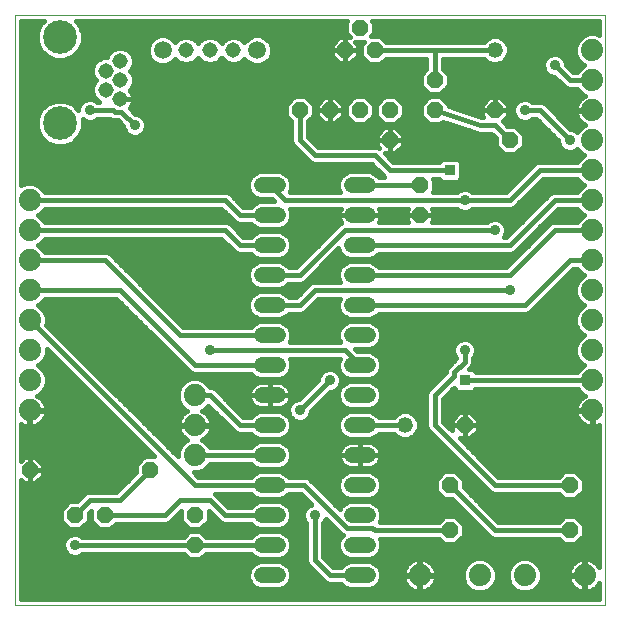
<source format=gbl>
G75*
%MOIN*%
%OFA0B0*%
%FSLAX25Y25*%
%IPPOS*%
%LPD*%
%AMOC8*
5,1,8,0,0,1.08239X$1,22.5*
%
%ADD10C,0.00000*%
%ADD11C,0.07400*%
%ADD12OC8,0.05200*%
%ADD13C,0.05200*%
%ADD14C,0.05150*%
%ADD15C,0.11220*%
%ADD16C,0.05200*%
%ADD17C,0.05937*%
%ADD18C,0.01600*%
%ADD19C,0.03562*%
%ADD20R,0.03562X0.03562*%
D10*
X0001800Y0001800D02*
X0001800Y0198650D01*
X0198650Y0198650D01*
X0198650Y0001800D01*
X0001800Y0001800D01*
D11*
X0061800Y0051800D03*
X0061800Y0061800D03*
X0061800Y0071800D03*
X0006800Y0066800D03*
X0006800Y0076800D03*
X0006800Y0086800D03*
X0006800Y0096800D03*
X0006800Y0106800D03*
X0006800Y0116800D03*
X0006800Y0126800D03*
X0006800Y0136800D03*
X0136800Y0011800D03*
X0156800Y0011800D03*
X0171800Y0011800D03*
X0191800Y0011800D03*
X0194300Y0066800D03*
X0194300Y0076800D03*
X0194300Y0086800D03*
X0194300Y0096800D03*
X0194300Y0106800D03*
X0194300Y0116800D03*
X0194300Y0126800D03*
X0194300Y0136800D03*
X0194300Y0146800D03*
X0194300Y0156800D03*
X0194300Y0166800D03*
X0194300Y0176800D03*
X0194300Y0186800D03*
D12*
X0166800Y0156800D03*
X0161800Y0166800D03*
X0141800Y0166800D03*
X0141800Y0176800D03*
X0126800Y0166800D03*
X0126800Y0156800D03*
X0116800Y0166800D03*
X0106800Y0166800D03*
X0096800Y0166800D03*
X0111800Y0186800D03*
X0116800Y0194300D03*
X0121800Y0186800D03*
X0136800Y0141800D03*
X0136800Y0131800D03*
X0151800Y0061800D03*
X0146800Y0041800D03*
X0146800Y0026800D03*
X0186800Y0026800D03*
X0186800Y0041800D03*
X0061800Y0031800D03*
X0061800Y0021800D03*
X0046800Y0046800D03*
X0031800Y0031800D03*
X0021800Y0031800D03*
X0006800Y0046800D03*
D13*
X0131800Y0061800D03*
X0161800Y0186800D03*
D14*
X0074674Y0186800D03*
X0066800Y0186800D03*
X0058926Y0186800D03*
X0036879Y0183099D03*
X0032154Y0179950D03*
X0036879Y0176800D03*
X0032154Y0173650D03*
X0036879Y0170501D03*
D15*
X0016800Y0162430D03*
X0016800Y0191170D03*
D16*
X0084200Y0141800D02*
X0089400Y0141800D01*
X0089400Y0131800D02*
X0084200Y0131800D01*
X0084200Y0121800D02*
X0089400Y0121800D01*
X0089400Y0111800D02*
X0084200Y0111800D01*
X0084200Y0101800D02*
X0089400Y0101800D01*
X0089400Y0091800D02*
X0084200Y0091800D01*
X0084200Y0081800D02*
X0089400Y0081800D01*
X0089400Y0071800D02*
X0084200Y0071800D01*
X0084200Y0061800D02*
X0089400Y0061800D01*
X0089400Y0051800D02*
X0084200Y0051800D01*
X0084200Y0041800D02*
X0089400Y0041800D01*
X0089400Y0031800D02*
X0084200Y0031800D01*
X0084200Y0021800D02*
X0089400Y0021800D01*
X0089400Y0011800D02*
X0084200Y0011800D01*
X0114200Y0011800D02*
X0119400Y0011800D01*
X0119400Y0021800D02*
X0114200Y0021800D01*
X0114200Y0031800D02*
X0119400Y0031800D01*
X0119400Y0041800D02*
X0114200Y0041800D01*
X0114200Y0051800D02*
X0119400Y0051800D01*
X0119400Y0061800D02*
X0114200Y0061800D01*
X0114200Y0071800D02*
X0119400Y0071800D01*
X0119400Y0081800D02*
X0114200Y0081800D01*
X0114200Y0091800D02*
X0119400Y0091800D01*
X0119400Y0101800D02*
X0114200Y0101800D01*
X0114200Y0111800D02*
X0119400Y0111800D01*
X0119400Y0121800D02*
X0114200Y0121800D01*
X0114200Y0131800D02*
X0119400Y0131800D01*
X0119400Y0141800D02*
X0114200Y0141800D01*
D17*
X0082548Y0186800D03*
X0051052Y0186800D03*
D18*
X0046513Y0188826D02*
X0024066Y0188826D01*
X0024410Y0189656D02*
X0023252Y0186859D01*
X0021111Y0184718D01*
X0018314Y0183560D01*
X0015286Y0183560D01*
X0012489Y0184718D01*
X0010348Y0186859D01*
X0009190Y0189656D01*
X0009190Y0192684D01*
X0010348Y0195481D01*
X0011518Y0196650D01*
X0003800Y0196650D01*
X0003800Y0141727D01*
X0005666Y0142500D01*
X0007934Y0142500D01*
X0010029Y0141632D01*
X0011632Y0140029D01*
X0011810Y0139600D01*
X0072357Y0139600D01*
X0073386Y0139174D01*
X0077960Y0134600D01*
X0080495Y0134600D01*
X0081594Y0135700D01*
X0083285Y0136400D01*
X0088240Y0136400D01*
X0087440Y0137200D01*
X0083285Y0137200D01*
X0081594Y0137900D01*
X0080300Y0139194D01*
X0079600Y0140885D01*
X0079600Y0142715D01*
X0080300Y0144406D01*
X0081594Y0145700D01*
X0083285Y0146400D01*
X0090315Y0146400D01*
X0092006Y0145700D01*
X0093300Y0144406D01*
X0094000Y0142715D01*
X0094000Y0140885D01*
X0093468Y0139600D01*
X0110132Y0139600D01*
X0109600Y0140885D01*
X0109600Y0142715D01*
X0110300Y0144406D01*
X0111594Y0145700D01*
X0113285Y0146400D01*
X0120315Y0146400D01*
X0122006Y0145700D01*
X0123105Y0144600D01*
X0125040Y0144600D01*
X0124426Y0145214D01*
X0120640Y0149000D01*
X0101243Y0149000D01*
X0100214Y0149426D01*
X0099426Y0150214D01*
X0094426Y0155214D01*
X0094000Y0156243D01*
X0094000Y0163095D01*
X0092200Y0164895D01*
X0092200Y0168705D01*
X0094895Y0171400D01*
X0098705Y0171400D01*
X0101400Y0168705D01*
X0101400Y0164895D01*
X0099600Y0163095D01*
X0099600Y0157960D01*
X0102960Y0154600D01*
X0122357Y0154600D01*
X0123075Y0154303D01*
X0122400Y0154977D01*
X0122400Y0156800D01*
X0126800Y0156800D01*
X0126800Y0156800D01*
X0126800Y0161200D01*
X0128623Y0161200D01*
X0131200Y0158623D01*
X0131200Y0156800D01*
X0126800Y0156800D01*
X0126800Y0156800D01*
X0126800Y0156800D01*
X0126800Y0161200D01*
X0124977Y0161200D01*
X0122400Y0158623D01*
X0122400Y0156800D01*
X0126800Y0156800D01*
X0131200Y0156800D01*
X0131200Y0154977D01*
X0128623Y0152400D01*
X0126800Y0152400D01*
X0126800Y0156800D01*
X0126800Y0156800D01*
X0126800Y0152400D01*
X0125160Y0152400D01*
X0127960Y0149600D01*
X0143209Y0149600D01*
X0144190Y0150581D01*
X0149410Y0150581D01*
X0150581Y0149410D01*
X0150581Y0144190D01*
X0149410Y0143019D01*
X0144190Y0143019D01*
X0143209Y0144000D01*
X0141105Y0144000D01*
X0141400Y0143705D01*
X0141400Y0139895D01*
X0141105Y0139600D01*
X0149253Y0139600D01*
X0149658Y0140005D01*
X0151048Y0140581D01*
X0152552Y0140581D01*
X0153942Y0140005D01*
X0154347Y0139600D01*
X0165640Y0139600D01*
X0175214Y0149174D01*
X0176243Y0149600D01*
X0189290Y0149600D01*
X0189468Y0150029D01*
X0191071Y0151632D01*
X0191476Y0151800D01*
X0191071Y0151968D01*
X0189468Y0153571D01*
X0189307Y0153960D01*
X0188942Y0153595D01*
X0187552Y0153019D01*
X0186048Y0153019D01*
X0184658Y0153595D01*
X0183595Y0154658D01*
X0183019Y0156048D01*
X0183019Y0156621D01*
X0175640Y0164000D01*
X0174347Y0164000D01*
X0173942Y0163595D01*
X0172552Y0163019D01*
X0171048Y0163019D01*
X0169658Y0163595D01*
X0168595Y0164658D01*
X0168019Y0166048D01*
X0168019Y0167552D01*
X0168595Y0168942D01*
X0169658Y0170005D01*
X0171048Y0170581D01*
X0172552Y0170581D01*
X0173942Y0170005D01*
X0174347Y0169600D01*
X0177357Y0169600D01*
X0178386Y0169174D01*
X0179174Y0168386D01*
X0179174Y0168386D01*
X0186979Y0160581D01*
X0187552Y0160581D01*
X0188942Y0160005D01*
X0189307Y0159640D01*
X0189468Y0160029D01*
X0191071Y0161632D01*
X0191764Y0161919D01*
X0191417Y0162096D01*
X0190717Y0162605D01*
X0190105Y0163217D01*
X0189596Y0163917D01*
X0189203Y0164689D01*
X0188935Y0165512D01*
X0188800Y0166367D01*
X0188800Y0166600D01*
X0194100Y0166600D01*
X0194100Y0167000D01*
X0188800Y0167000D01*
X0188800Y0167233D01*
X0188935Y0168088D01*
X0189203Y0168911D01*
X0189596Y0169683D01*
X0190105Y0170383D01*
X0190717Y0170995D01*
X0191417Y0171504D01*
X0191764Y0171681D01*
X0191071Y0171968D01*
X0189468Y0173571D01*
X0189290Y0174000D01*
X0186243Y0174000D01*
X0185214Y0174426D01*
X0184426Y0175214D01*
X0181621Y0178019D01*
X0181048Y0178019D01*
X0179658Y0178595D01*
X0178595Y0179658D01*
X0178019Y0181048D01*
X0178019Y0182552D01*
X0178595Y0183942D01*
X0179658Y0185005D01*
X0181048Y0185581D01*
X0182552Y0185581D01*
X0183942Y0185005D01*
X0185005Y0183942D01*
X0185581Y0182552D01*
X0185581Y0181979D01*
X0187960Y0179600D01*
X0189290Y0179600D01*
X0189468Y0180029D01*
X0191071Y0181632D01*
X0191476Y0181800D01*
X0191071Y0181968D01*
X0189468Y0183571D01*
X0188600Y0185666D01*
X0188600Y0187934D01*
X0189468Y0190029D01*
X0191071Y0191632D01*
X0193166Y0192500D01*
X0195434Y0192500D01*
X0196650Y0191996D01*
X0196650Y0196650D01*
X0120955Y0196650D01*
X0121400Y0196205D01*
X0121400Y0192395D01*
X0120405Y0191400D01*
X0123705Y0191400D01*
X0125505Y0189600D01*
X0158095Y0189600D01*
X0159194Y0190700D01*
X0160885Y0191400D01*
X0162715Y0191400D01*
X0164406Y0190700D01*
X0165700Y0189406D01*
X0166400Y0187715D01*
X0166400Y0185885D01*
X0165700Y0184194D01*
X0164406Y0182900D01*
X0162715Y0182200D01*
X0160885Y0182200D01*
X0159194Y0182900D01*
X0158095Y0184000D01*
X0144600Y0184000D01*
X0144600Y0180505D01*
X0146400Y0178705D01*
X0146400Y0174895D01*
X0143705Y0172200D01*
X0139895Y0172200D01*
X0137200Y0174895D01*
X0137200Y0178705D01*
X0139000Y0180505D01*
X0139000Y0184000D01*
X0125505Y0184000D01*
X0123705Y0182200D01*
X0119895Y0182200D01*
X0117200Y0184895D01*
X0117200Y0188705D01*
X0118195Y0189700D01*
X0115123Y0189700D01*
X0116200Y0188623D01*
X0116200Y0186800D01*
X0111800Y0186800D01*
X0111800Y0186800D01*
X0111800Y0186800D01*
X0111800Y0191200D01*
X0113395Y0191200D01*
X0112200Y0192395D01*
X0112200Y0196205D01*
X0112645Y0196650D01*
X0022082Y0196650D01*
X0023252Y0195481D01*
X0024410Y0192684D01*
X0024410Y0189656D01*
X0024410Y0190424D02*
X0047650Y0190424D01*
X0048238Y0191012D02*
X0046840Y0189614D01*
X0046083Y0187788D01*
X0046083Y0185812D01*
X0046840Y0183986D01*
X0048238Y0182588D01*
X0050064Y0181831D01*
X0052040Y0181831D01*
X0053866Y0182588D01*
X0055264Y0183986D01*
X0055266Y0183990D01*
X0056335Y0182922D01*
X0058016Y0182225D01*
X0059836Y0182225D01*
X0061517Y0182922D01*
X0062804Y0184209D01*
X0062863Y0184350D01*
X0062922Y0184209D01*
X0064209Y0182922D01*
X0065890Y0182225D01*
X0067710Y0182225D01*
X0069391Y0182922D01*
X0070678Y0184209D01*
X0070737Y0184350D01*
X0070796Y0184209D01*
X0072083Y0182922D01*
X0073764Y0182225D01*
X0075584Y0182225D01*
X0077265Y0182922D01*
X0078334Y0183990D01*
X0078336Y0183986D01*
X0079734Y0182588D01*
X0081560Y0181831D01*
X0083536Y0181831D01*
X0085362Y0182588D01*
X0086760Y0183986D01*
X0087517Y0185812D01*
X0087517Y0187788D01*
X0086760Y0189614D01*
X0085362Y0191012D01*
X0083536Y0191768D01*
X0081560Y0191768D01*
X0079734Y0191012D01*
X0078336Y0189614D01*
X0078334Y0189610D01*
X0077265Y0190678D01*
X0075584Y0191375D01*
X0073764Y0191375D01*
X0072083Y0190678D01*
X0070796Y0189391D01*
X0070737Y0189250D01*
X0070678Y0189391D01*
X0069391Y0190678D01*
X0067710Y0191375D01*
X0065890Y0191375D01*
X0064209Y0190678D01*
X0062922Y0189391D01*
X0062863Y0189250D01*
X0062804Y0189391D01*
X0061517Y0190678D01*
X0059836Y0191375D01*
X0058016Y0191375D01*
X0056335Y0190678D01*
X0055266Y0189610D01*
X0055264Y0189614D01*
X0053866Y0191012D01*
X0052040Y0191768D01*
X0050064Y0191768D01*
X0048238Y0191012D01*
X0046083Y0187227D02*
X0038867Y0187227D01*
X0039470Y0186978D02*
X0037789Y0187674D01*
X0035969Y0187674D01*
X0034287Y0186978D01*
X0033000Y0185691D01*
X0032517Y0184524D01*
X0031244Y0184524D01*
X0029563Y0183828D01*
X0028276Y0182541D01*
X0027580Y0180860D01*
X0027580Y0179040D01*
X0028276Y0177358D01*
X0028834Y0176800D01*
X0028276Y0176242D01*
X0027580Y0174560D01*
X0027580Y0172740D01*
X0028276Y0171059D01*
X0029563Y0169772D01*
X0029978Y0169600D01*
X0029347Y0169600D01*
X0028942Y0170005D01*
X0027552Y0170581D01*
X0026048Y0170581D01*
X0024658Y0170005D01*
X0023595Y0168942D01*
X0023019Y0167552D01*
X0023019Y0166973D01*
X0021111Y0168882D01*
X0018314Y0170040D01*
X0015286Y0170040D01*
X0012489Y0168882D01*
X0010348Y0166741D01*
X0009190Y0163944D01*
X0009190Y0160916D01*
X0010348Y0158119D01*
X0012489Y0155978D01*
X0015286Y0154820D01*
X0018314Y0154820D01*
X0021111Y0155978D01*
X0023252Y0158119D01*
X0024410Y0160916D01*
X0024410Y0163842D01*
X0024658Y0163595D01*
X0026048Y0163019D01*
X0027552Y0163019D01*
X0028942Y0163595D01*
X0029347Y0164000D01*
X0033516Y0164000D01*
X0033563Y0163952D01*
X0034592Y0163526D01*
X0036114Y0163526D01*
X0038019Y0161621D01*
X0038019Y0161048D01*
X0038595Y0159658D01*
X0039658Y0158595D01*
X0041048Y0158019D01*
X0042552Y0158019D01*
X0043942Y0158595D01*
X0045005Y0159658D01*
X0045581Y0161048D01*
X0045581Y0162552D01*
X0045005Y0163942D01*
X0043942Y0165005D01*
X0042552Y0165581D01*
X0041979Y0165581D01*
X0040062Y0167497D01*
X0040216Y0167651D01*
X0040620Y0168208D01*
X0040933Y0168821D01*
X0041146Y0169476D01*
X0041254Y0170156D01*
X0041254Y0170501D01*
X0041254Y0170845D01*
X0041146Y0171525D01*
X0040933Y0172180D01*
X0040620Y0172794D01*
X0040216Y0173351D01*
X0040057Y0173509D01*
X0040757Y0174209D01*
X0041454Y0175890D01*
X0041454Y0177710D01*
X0040757Y0179391D01*
X0040199Y0179950D01*
X0040757Y0180508D01*
X0041454Y0182189D01*
X0041454Y0184009D01*
X0040757Y0185691D01*
X0039470Y0186978D01*
X0040783Y0185629D02*
X0046159Y0185629D01*
X0046821Y0184030D02*
X0041445Y0184030D01*
X0041454Y0182432D02*
X0048614Y0182432D01*
X0053489Y0182432D02*
X0057517Y0182432D01*
X0060335Y0182432D02*
X0065391Y0182432D01*
X0063100Y0184030D02*
X0062626Y0184030D01*
X0068209Y0182432D02*
X0073265Y0182432D01*
X0070974Y0184030D02*
X0070500Y0184030D01*
X0076083Y0182432D02*
X0080111Y0182432D01*
X0084986Y0182432D02*
X0109946Y0182432D01*
X0109977Y0182400D02*
X0111800Y0182400D01*
X0113623Y0182400D01*
X0116200Y0184977D01*
X0116200Y0186800D01*
X0111800Y0186800D01*
X0111800Y0182400D01*
X0111800Y0186800D01*
X0111800Y0186800D01*
X0111800Y0186800D01*
X0107400Y0186800D01*
X0107400Y0188623D01*
X0109977Y0191200D01*
X0111800Y0191200D01*
X0111800Y0186800D01*
X0107400Y0186800D01*
X0107400Y0184977D01*
X0109977Y0182400D01*
X0111800Y0182432D02*
X0111800Y0182432D01*
X0111800Y0184030D02*
X0111800Y0184030D01*
X0111800Y0185629D02*
X0111800Y0185629D01*
X0111800Y0187227D02*
X0111800Y0187227D01*
X0111800Y0188826D02*
X0111800Y0188826D01*
X0111800Y0190424D02*
X0111800Y0190424D01*
X0112572Y0192023D02*
X0024410Y0192023D01*
X0024022Y0193621D02*
X0112200Y0193621D01*
X0112200Y0195220D02*
X0023360Y0195220D01*
X0023404Y0187227D02*
X0034890Y0187227D01*
X0032975Y0185629D02*
X0022021Y0185629D01*
X0019450Y0184030D02*
X0030051Y0184030D01*
X0028231Y0182432D02*
X0003800Y0182432D01*
X0003800Y0184030D02*
X0014150Y0184030D01*
X0011579Y0185629D02*
X0003800Y0185629D01*
X0003800Y0187227D02*
X0010196Y0187227D01*
X0009534Y0188826D02*
X0003800Y0188826D01*
X0003800Y0190424D02*
X0009190Y0190424D01*
X0009190Y0192023D02*
X0003800Y0192023D01*
X0003800Y0193621D02*
X0009578Y0193621D01*
X0010240Y0195220D02*
X0003800Y0195220D01*
X0003800Y0180833D02*
X0027580Y0180833D01*
X0027580Y0179235D02*
X0003800Y0179235D01*
X0003800Y0177636D02*
X0028161Y0177636D01*
X0028191Y0176038D02*
X0003800Y0176038D01*
X0003800Y0174439D02*
X0027580Y0174439D01*
X0027580Y0172841D02*
X0003800Y0172841D01*
X0003800Y0171242D02*
X0028200Y0171242D01*
X0029304Y0169644D02*
X0029873Y0169644D01*
X0026800Y0166800D02*
X0034675Y0166800D01*
X0035149Y0166326D01*
X0037274Y0166326D01*
X0041800Y0161800D01*
X0038431Y0160053D02*
X0024053Y0160053D01*
X0024410Y0161651D02*
X0037989Y0161651D01*
X0036391Y0163250D02*
X0028109Y0163250D01*
X0025491Y0163250D02*
X0024410Y0163250D01*
X0023223Y0168045D02*
X0021947Y0168045D01*
X0024296Y0169644D02*
X0019271Y0169644D01*
X0014329Y0169644D02*
X0003800Y0169644D01*
X0003800Y0168045D02*
X0011653Y0168045D01*
X0010227Y0166447D02*
X0003800Y0166447D01*
X0003800Y0164848D02*
X0009564Y0164848D01*
X0009190Y0163250D02*
X0003800Y0163250D01*
X0003800Y0161651D02*
X0009190Y0161651D01*
X0009547Y0160053D02*
X0003800Y0160053D01*
X0003800Y0158454D02*
X0010210Y0158454D01*
X0011612Y0156856D02*
X0003800Y0156856D01*
X0003800Y0155257D02*
X0014230Y0155257D01*
X0019370Y0155257D02*
X0094408Y0155257D01*
X0094000Y0156856D02*
X0021988Y0156856D01*
X0023390Y0158454D02*
X0039997Y0158454D01*
X0043603Y0158454D02*
X0094000Y0158454D01*
X0094000Y0160053D02*
X0045169Y0160053D01*
X0045581Y0161651D02*
X0094000Y0161651D01*
X0093845Y0163250D02*
X0045292Y0163250D01*
X0044099Y0164848D02*
X0092246Y0164848D01*
X0092200Y0166447D02*
X0041113Y0166447D01*
X0040502Y0168045D02*
X0092200Y0168045D01*
X0093138Y0169644D02*
X0041172Y0169644D01*
X0041254Y0170501D02*
X0036879Y0170501D01*
X0041254Y0170501D01*
X0041191Y0171242D02*
X0094737Y0171242D01*
X0098863Y0171242D02*
X0114737Y0171242D01*
X0114895Y0171400D02*
X0112200Y0168705D01*
X0112200Y0164895D01*
X0114895Y0162200D01*
X0118705Y0162200D01*
X0121400Y0164895D01*
X0121400Y0168705D01*
X0118705Y0171400D01*
X0114895Y0171400D01*
X0113138Y0169644D02*
X0110179Y0169644D01*
X0111200Y0168623D02*
X0108623Y0171200D01*
X0106800Y0171200D01*
X0106800Y0166800D01*
X0111200Y0166800D01*
X0111200Y0168623D01*
X0111200Y0168045D02*
X0112200Y0168045D01*
X0111200Y0166800D02*
X0106800Y0166800D01*
X0106800Y0166800D01*
X0106800Y0166800D01*
X0106800Y0162400D01*
X0108623Y0162400D01*
X0111200Y0164977D01*
X0111200Y0166800D01*
X0111200Y0166447D02*
X0112200Y0166447D01*
X0112246Y0164848D02*
X0111071Y0164848D01*
X0109472Y0163250D02*
X0113845Y0163250D01*
X0119755Y0163250D02*
X0123845Y0163250D01*
X0124895Y0162200D02*
X0128705Y0162200D01*
X0131400Y0164895D01*
X0131400Y0168705D01*
X0128705Y0171400D01*
X0124895Y0171400D01*
X0122200Y0168705D01*
X0122200Y0164895D01*
X0124895Y0162200D01*
X0123830Y0160053D02*
X0099600Y0160053D01*
X0099600Y0161651D02*
X0148392Y0161651D01*
X0144465Y0162960D02*
X0143705Y0162200D01*
X0139895Y0162200D01*
X0137200Y0164895D01*
X0137200Y0168705D01*
X0139895Y0171400D01*
X0143705Y0171400D01*
X0146400Y0168705D01*
X0146400Y0168218D01*
X0157254Y0164600D01*
X0157777Y0164600D01*
X0157400Y0164977D01*
X0157400Y0166800D01*
X0161800Y0166800D01*
X0161800Y0166800D01*
X0161800Y0171200D01*
X0163623Y0171200D01*
X0166200Y0168623D01*
X0166200Y0166800D01*
X0161800Y0166800D01*
X0161800Y0166800D01*
X0161800Y0166800D01*
X0161800Y0171200D01*
X0159977Y0171200D01*
X0157400Y0168623D01*
X0157400Y0166800D01*
X0161800Y0166800D01*
X0166200Y0166800D01*
X0166200Y0164977D01*
X0164391Y0163169D01*
X0166160Y0161400D01*
X0168705Y0161400D01*
X0171400Y0158705D01*
X0171400Y0154895D01*
X0168705Y0152200D01*
X0164895Y0152200D01*
X0162200Y0154895D01*
X0162200Y0157440D01*
X0160640Y0159000D01*
X0156899Y0159000D01*
X0156443Y0158968D01*
X0156346Y0159000D01*
X0156243Y0159000D01*
X0155820Y0159175D01*
X0144465Y0162960D01*
X0141800Y0166800D02*
X0156800Y0161800D01*
X0161800Y0161800D01*
X0166800Y0156800D01*
X0163436Y0153659D02*
X0129881Y0153659D01*
X0131200Y0155257D02*
X0162200Y0155257D01*
X0162200Y0156856D02*
X0131200Y0156856D01*
X0131200Y0158454D02*
X0161186Y0158454D01*
X0165909Y0161651D02*
X0177989Y0161651D01*
X0179588Y0160053D02*
X0170053Y0160053D01*
X0171400Y0158454D02*
X0181186Y0158454D01*
X0182785Y0156856D02*
X0171400Y0156856D01*
X0171400Y0155257D02*
X0183346Y0155257D01*
X0184594Y0153659D02*
X0170164Y0153659D01*
X0174903Y0148863D02*
X0150581Y0148863D01*
X0150581Y0147265D02*
X0173305Y0147265D01*
X0171706Y0145666D02*
X0150581Y0145666D01*
X0150458Y0144068D02*
X0170108Y0144068D01*
X0168509Y0142469D02*
X0141400Y0142469D01*
X0141400Y0140870D02*
X0166911Y0140870D01*
X0166800Y0136800D02*
X0151800Y0136800D01*
X0091800Y0136800D01*
X0086800Y0141800D01*
X0092039Y0145666D02*
X0111561Y0145666D01*
X0110160Y0144068D02*
X0093440Y0144068D01*
X0094000Y0142469D02*
X0109600Y0142469D01*
X0109606Y0140870D02*
X0093994Y0140870D01*
X0093468Y0134000D02*
X0110383Y0134000D01*
X0110122Y0133489D01*
X0109908Y0132830D01*
X0109800Y0132146D01*
X0109800Y0131800D01*
X0116800Y0131800D01*
X0123800Y0131800D01*
X0123800Y0132146D01*
X0123692Y0132830D01*
X0123478Y0133489D01*
X0123217Y0134000D01*
X0132777Y0134000D01*
X0132400Y0133623D01*
X0132400Y0131800D01*
X0136800Y0131800D01*
X0141200Y0131800D01*
X0141200Y0133623D01*
X0140823Y0134000D01*
X0149253Y0134000D01*
X0149658Y0133595D01*
X0151048Y0133019D01*
X0152552Y0133019D01*
X0153942Y0133595D01*
X0154347Y0134000D01*
X0167357Y0134000D01*
X0168386Y0134426D01*
X0169174Y0135214D01*
X0177960Y0144000D01*
X0189290Y0144000D01*
X0189468Y0143571D01*
X0191071Y0141968D01*
X0191476Y0141800D01*
X0191071Y0141632D01*
X0189468Y0140029D01*
X0189290Y0139600D01*
X0181243Y0139600D01*
X0180214Y0139174D01*
X0179426Y0138386D01*
X0165640Y0124600D01*
X0164947Y0124600D01*
X0165005Y0124658D01*
X0165581Y0126048D01*
X0165581Y0127552D01*
X0165005Y0128942D01*
X0163942Y0130005D01*
X0162552Y0130581D01*
X0161048Y0130581D01*
X0159658Y0130005D01*
X0159253Y0129600D01*
X0140823Y0129600D01*
X0141200Y0129977D01*
X0141200Y0131800D01*
X0136800Y0131800D01*
X0136800Y0131800D01*
X0136800Y0131800D01*
X0132400Y0131800D01*
X0132400Y0129977D01*
X0132777Y0129600D01*
X0123217Y0129600D01*
X0123478Y0130111D01*
X0123692Y0130770D01*
X0123800Y0131454D01*
X0123800Y0131800D01*
X0116800Y0131800D01*
X0116800Y0131800D01*
X0116800Y0131800D01*
X0109800Y0131800D01*
X0109800Y0131454D01*
X0109908Y0130770D01*
X0110122Y0130111D01*
X0110437Y0129494D01*
X0110564Y0129319D01*
X0110214Y0129174D01*
X0109426Y0128386D01*
X0095640Y0114600D01*
X0093105Y0114600D01*
X0092006Y0115700D01*
X0090315Y0116400D01*
X0083285Y0116400D01*
X0081594Y0115700D01*
X0080300Y0114406D01*
X0079600Y0112715D01*
X0079600Y0110885D01*
X0080300Y0109194D01*
X0081594Y0107900D01*
X0083285Y0107200D01*
X0090315Y0107200D01*
X0092006Y0107900D01*
X0093105Y0109000D01*
X0097357Y0109000D01*
X0098386Y0109426D01*
X0109672Y0120712D01*
X0110300Y0119194D01*
X0111594Y0117900D01*
X0113285Y0117200D01*
X0120315Y0117200D01*
X0122006Y0117900D01*
X0123105Y0119000D01*
X0167357Y0119000D01*
X0168386Y0119426D01*
X0169174Y0120214D01*
X0182960Y0134000D01*
X0189290Y0134000D01*
X0189468Y0133571D01*
X0191071Y0131968D01*
X0191476Y0131800D01*
X0191071Y0131632D01*
X0189468Y0130029D01*
X0189290Y0129600D01*
X0181243Y0129600D01*
X0180214Y0129174D01*
X0179426Y0128386D01*
X0165640Y0114600D01*
X0123105Y0114600D01*
X0122006Y0115700D01*
X0120315Y0116400D01*
X0113285Y0116400D01*
X0111594Y0115700D01*
X0110300Y0114406D01*
X0109600Y0112715D01*
X0109600Y0110885D01*
X0110132Y0109600D01*
X0101243Y0109600D01*
X0100214Y0109174D01*
X0099426Y0108386D01*
X0095640Y0104600D01*
X0093105Y0104600D01*
X0092006Y0105700D01*
X0090315Y0106400D01*
X0083285Y0106400D01*
X0081594Y0105700D01*
X0080300Y0104406D01*
X0079600Y0102715D01*
X0079600Y0100885D01*
X0080300Y0099194D01*
X0081594Y0097900D01*
X0083285Y0097200D01*
X0090315Y0097200D01*
X0092006Y0097900D01*
X0093105Y0099000D01*
X0097357Y0099000D01*
X0098386Y0099426D01*
X0102960Y0104000D01*
X0110132Y0104000D01*
X0109600Y0102715D01*
X0109600Y0100885D01*
X0110300Y0099194D01*
X0111594Y0097900D01*
X0113285Y0097200D01*
X0120315Y0097200D01*
X0122006Y0097900D01*
X0123105Y0099000D01*
X0172357Y0099000D01*
X0173386Y0099426D01*
X0187960Y0114000D01*
X0189290Y0114000D01*
X0189468Y0113571D01*
X0191071Y0111968D01*
X0191476Y0111800D01*
X0191071Y0111632D01*
X0189468Y0110029D01*
X0188600Y0107934D01*
X0188600Y0105666D01*
X0189468Y0103571D01*
X0191071Y0101968D01*
X0191476Y0101800D01*
X0191071Y0101632D01*
X0189468Y0100029D01*
X0188600Y0097934D01*
X0188600Y0095666D01*
X0189468Y0093571D01*
X0191071Y0091968D01*
X0191476Y0091800D01*
X0191071Y0091632D01*
X0189468Y0090029D01*
X0188600Y0087934D01*
X0188600Y0085666D01*
X0189468Y0083571D01*
X0191071Y0081968D01*
X0191476Y0081800D01*
X0191071Y0081632D01*
X0189468Y0080029D01*
X0189290Y0079600D01*
X0155391Y0079600D01*
X0154410Y0080581D01*
X0153316Y0080581D01*
X0154174Y0081439D01*
X0154600Y0082468D01*
X0154600Y0084253D01*
X0155005Y0084658D01*
X0155581Y0086048D01*
X0155581Y0087552D01*
X0155005Y0088942D01*
X0153942Y0090005D01*
X0152552Y0090581D01*
X0151048Y0090581D01*
X0149658Y0090005D01*
X0148595Y0088942D01*
X0148019Y0087552D01*
X0148019Y0086048D01*
X0148595Y0084658D01*
X0149000Y0084253D01*
X0149000Y0084185D01*
X0145845Y0081030D01*
X0145419Y0080001D01*
X0145419Y0079379D01*
X0140214Y0074174D01*
X0139426Y0073386D01*
X0139000Y0072357D01*
X0139000Y0061243D01*
X0139426Y0060214D01*
X0159426Y0040214D01*
X0160214Y0039426D01*
X0161243Y0039000D01*
X0183095Y0039000D01*
X0184895Y0037200D01*
X0188705Y0037200D01*
X0191400Y0039895D01*
X0191400Y0043705D01*
X0188705Y0046400D01*
X0184895Y0046400D01*
X0183095Y0044600D01*
X0162960Y0044600D01*
X0150160Y0057400D01*
X0151800Y0057400D01*
X0153623Y0057400D01*
X0156200Y0059977D01*
X0156200Y0061800D01*
X0156200Y0063623D01*
X0153623Y0066200D01*
X0151800Y0066200D01*
X0151800Y0061800D01*
X0151800Y0061800D01*
X0156200Y0061800D01*
X0151800Y0061800D01*
X0151800Y0061800D01*
X0151800Y0061800D01*
X0147400Y0061800D01*
X0147400Y0063623D01*
X0149977Y0066200D01*
X0151800Y0066200D01*
X0151800Y0061800D01*
X0151800Y0057400D01*
X0151800Y0061800D01*
X0151800Y0061800D01*
X0147400Y0061800D01*
X0147400Y0060160D01*
X0144600Y0062960D01*
X0144600Y0070640D01*
X0148085Y0074125D01*
X0149190Y0073019D01*
X0154410Y0073019D01*
X0155391Y0074000D01*
X0189290Y0074000D01*
X0189468Y0073571D01*
X0191071Y0071968D01*
X0191764Y0071681D01*
X0191417Y0071504D01*
X0190717Y0070995D01*
X0190105Y0070383D01*
X0189596Y0069683D01*
X0189203Y0068911D01*
X0188935Y0068088D01*
X0188800Y0067233D01*
X0188800Y0067000D01*
X0194100Y0067000D01*
X0194100Y0066600D01*
X0194500Y0066600D01*
X0194500Y0061300D01*
X0194733Y0061300D01*
X0195588Y0061435D01*
X0196411Y0061703D01*
X0196650Y0061825D01*
X0196650Y0014395D01*
X0196504Y0014683D01*
X0195995Y0015383D01*
X0195383Y0015995D01*
X0194683Y0016504D01*
X0193911Y0016897D01*
X0193088Y0017165D01*
X0192233Y0017300D01*
X0192000Y0017300D01*
X0192000Y0012000D01*
X0191600Y0012000D01*
X0191600Y0017300D01*
X0191367Y0017300D01*
X0190512Y0017165D01*
X0189689Y0016897D01*
X0188917Y0016504D01*
X0188217Y0015995D01*
X0187605Y0015383D01*
X0187096Y0014683D01*
X0186703Y0013911D01*
X0186435Y0013088D01*
X0186300Y0012233D01*
X0186300Y0012000D01*
X0191600Y0012000D01*
X0191600Y0011600D01*
X0192000Y0011600D01*
X0192000Y0006300D01*
X0192233Y0006300D01*
X0193088Y0006435D01*
X0193911Y0006703D01*
X0194683Y0007096D01*
X0195383Y0007605D01*
X0195995Y0008217D01*
X0196504Y0008917D01*
X0196650Y0009205D01*
X0196650Y0003800D01*
X0003800Y0003800D01*
X0003800Y0043577D01*
X0004977Y0042400D01*
X0006800Y0042400D01*
X0008623Y0042400D01*
X0011200Y0044977D01*
X0011200Y0046800D01*
X0011200Y0048623D01*
X0008623Y0051200D01*
X0006800Y0051200D01*
X0006800Y0046800D01*
X0006800Y0046800D01*
X0011200Y0046800D01*
X0006800Y0046800D01*
X0006800Y0046800D01*
X0006800Y0051200D01*
X0004977Y0051200D01*
X0003800Y0050023D01*
X0003800Y0062181D01*
X0003917Y0062096D01*
X0004689Y0061703D01*
X0005512Y0061435D01*
X0006367Y0061300D01*
X0006600Y0061300D01*
X0006600Y0066600D01*
X0007000Y0066600D01*
X0007000Y0067000D01*
X0012300Y0067000D01*
X0012300Y0067233D01*
X0012165Y0068088D01*
X0011897Y0068911D01*
X0011504Y0069683D01*
X0010995Y0070383D01*
X0010383Y0070995D01*
X0009683Y0071504D01*
X0009336Y0071681D01*
X0010029Y0071968D01*
X0011632Y0073571D01*
X0012500Y0075666D01*
X0012500Y0077934D01*
X0011632Y0080029D01*
X0010029Y0081632D01*
X0009624Y0081800D01*
X0010029Y0081968D01*
X0011632Y0083571D01*
X0012500Y0085666D01*
X0012500Y0087140D01*
X0048240Y0051400D01*
X0044895Y0051400D01*
X0042200Y0048705D01*
X0042200Y0046160D01*
X0035640Y0039600D01*
X0026243Y0039600D01*
X0025214Y0039174D01*
X0024426Y0038386D01*
X0022440Y0036400D01*
X0019895Y0036400D01*
X0017200Y0033705D01*
X0017200Y0029895D01*
X0019895Y0027200D01*
X0023705Y0027200D01*
X0026400Y0029895D01*
X0026400Y0032440D01*
X0027200Y0033240D01*
X0027200Y0029895D01*
X0029895Y0027200D01*
X0033705Y0027200D01*
X0035505Y0029000D01*
X0052357Y0029000D01*
X0053386Y0029426D01*
X0057200Y0033240D01*
X0057200Y0029895D01*
X0059895Y0027200D01*
X0063705Y0027200D01*
X0066400Y0029895D01*
X0066400Y0033240D01*
X0069426Y0030214D01*
X0070214Y0029426D01*
X0071243Y0029000D01*
X0080495Y0029000D01*
X0081594Y0027900D01*
X0083285Y0027200D01*
X0090315Y0027200D01*
X0092006Y0027900D01*
X0093300Y0029194D01*
X0094000Y0030885D01*
X0094000Y0032715D01*
X0093300Y0034406D01*
X0092006Y0035700D01*
X0090315Y0036400D01*
X0083285Y0036400D01*
X0081594Y0035700D01*
X0080495Y0034600D01*
X0072960Y0034600D01*
X0068560Y0039000D01*
X0080495Y0039000D01*
X0081594Y0037900D01*
X0083285Y0037200D01*
X0090315Y0037200D01*
X0092006Y0037900D01*
X0093105Y0039000D01*
X0097100Y0039000D01*
X0100674Y0035426D01*
X0099658Y0035005D01*
X0098595Y0033942D01*
X0098019Y0032552D01*
X0098019Y0031048D01*
X0098595Y0029658D01*
X0099000Y0029253D01*
X0099000Y0016243D01*
X0099426Y0015214D01*
X0100214Y0014426D01*
X0105214Y0009426D01*
X0106243Y0009000D01*
X0110495Y0009000D01*
X0111594Y0007900D01*
X0113285Y0007200D01*
X0120315Y0007200D01*
X0122006Y0007900D01*
X0123300Y0009194D01*
X0124000Y0010885D01*
X0124000Y0012715D01*
X0123300Y0014406D01*
X0122006Y0015700D01*
X0120315Y0016400D01*
X0113285Y0016400D01*
X0111594Y0015700D01*
X0110495Y0014600D01*
X0107960Y0014600D01*
X0104600Y0017960D01*
X0104600Y0029253D01*
X0105005Y0029658D01*
X0105426Y0030674D01*
X0110874Y0025226D01*
X0111049Y0025154D01*
X0110300Y0024406D01*
X0109600Y0022715D01*
X0109600Y0020885D01*
X0110300Y0019194D01*
X0111594Y0017900D01*
X0113285Y0017200D01*
X0120315Y0017200D01*
X0122006Y0017900D01*
X0123300Y0019194D01*
X0124000Y0020885D01*
X0124000Y0022715D01*
X0123468Y0024000D01*
X0143095Y0024000D01*
X0144895Y0022200D01*
X0148705Y0022200D01*
X0151400Y0024895D01*
X0151400Y0028705D01*
X0148705Y0031400D01*
X0144895Y0031400D01*
X0143095Y0029600D01*
X0123468Y0029600D01*
X0124000Y0030885D01*
X0124000Y0032715D01*
X0123300Y0034406D01*
X0122006Y0035700D01*
X0120315Y0036400D01*
X0113285Y0036400D01*
X0111594Y0035700D01*
X0110300Y0034406D01*
X0110099Y0033921D01*
X0099846Y0044174D01*
X0098817Y0044600D01*
X0093105Y0044600D01*
X0092006Y0045700D01*
X0090315Y0046400D01*
X0083285Y0046400D01*
X0081594Y0045700D01*
X0080495Y0044600D01*
X0062960Y0044600D01*
X0061460Y0046100D01*
X0062934Y0046100D01*
X0065029Y0046968D01*
X0066632Y0048571D01*
X0066810Y0049000D01*
X0080495Y0049000D01*
X0081594Y0047900D01*
X0083285Y0047200D01*
X0090315Y0047200D01*
X0092006Y0047900D01*
X0093300Y0049194D01*
X0094000Y0050885D01*
X0094000Y0052715D01*
X0093300Y0054406D01*
X0092006Y0055700D01*
X0090315Y0056400D01*
X0083285Y0056400D01*
X0081594Y0055700D01*
X0080495Y0054600D01*
X0066810Y0054600D01*
X0066632Y0055029D01*
X0065029Y0056632D01*
X0064336Y0056919D01*
X0064683Y0057096D01*
X0065383Y0057605D01*
X0065995Y0058217D01*
X0066504Y0058917D01*
X0066897Y0059689D01*
X0067165Y0060512D01*
X0067300Y0061367D01*
X0067300Y0061600D01*
X0062000Y0061600D01*
X0062000Y0062000D01*
X0067300Y0062000D01*
X0067300Y0062233D01*
X0067165Y0063088D01*
X0066897Y0063911D01*
X0066504Y0064683D01*
X0065995Y0065383D01*
X0065383Y0065995D01*
X0064683Y0066504D01*
X0064336Y0066681D01*
X0065029Y0066968D01*
X0066351Y0068290D01*
X0074426Y0060214D01*
X0075214Y0059426D01*
X0076243Y0059000D01*
X0080495Y0059000D01*
X0081594Y0057900D01*
X0083285Y0057200D01*
X0090315Y0057200D01*
X0092006Y0057900D01*
X0093300Y0059194D01*
X0094000Y0060885D01*
X0094000Y0062715D01*
X0093300Y0064406D01*
X0092006Y0065700D01*
X0090315Y0066400D01*
X0083285Y0066400D01*
X0081594Y0065700D01*
X0080495Y0064600D01*
X0077960Y0064600D01*
X0068386Y0074174D01*
X0067357Y0074600D01*
X0066810Y0074600D01*
X0066632Y0075029D01*
X0065029Y0076632D01*
X0062934Y0077500D01*
X0060666Y0077500D01*
X0058571Y0076632D01*
X0056968Y0075029D01*
X0056100Y0072934D01*
X0056100Y0070666D01*
X0056968Y0068571D01*
X0058571Y0066968D01*
X0059264Y0066681D01*
X0058917Y0066504D01*
X0058217Y0065995D01*
X0057605Y0065383D01*
X0057096Y0064683D01*
X0056703Y0063911D01*
X0056435Y0063088D01*
X0056300Y0062233D01*
X0056300Y0062000D01*
X0061600Y0062000D01*
X0061600Y0061600D01*
X0056300Y0061600D01*
X0056300Y0061367D01*
X0056435Y0060512D01*
X0056703Y0059689D01*
X0057096Y0058917D01*
X0057605Y0058217D01*
X0058217Y0057605D01*
X0058917Y0057096D01*
X0059264Y0056919D01*
X0058571Y0056632D01*
X0056968Y0055029D01*
X0056100Y0052934D01*
X0056100Y0051460D01*
X0012322Y0095237D01*
X0012500Y0095666D01*
X0012500Y0097934D01*
X0011632Y0100029D01*
X0010029Y0101632D01*
X0009624Y0101800D01*
X0010029Y0101968D01*
X0011632Y0103571D01*
X0011810Y0104000D01*
X0035640Y0104000D01*
X0059426Y0080214D01*
X0060214Y0079426D01*
X0061243Y0079000D01*
X0080495Y0079000D01*
X0081594Y0077900D01*
X0083285Y0077200D01*
X0090315Y0077200D01*
X0092006Y0077900D01*
X0093300Y0079194D01*
X0094000Y0080885D01*
X0094000Y0082715D01*
X0093468Y0084000D01*
X0110132Y0084000D01*
X0109600Y0082715D01*
X0109600Y0080885D01*
X0110300Y0079194D01*
X0111594Y0077900D01*
X0113285Y0077200D01*
X0120315Y0077200D01*
X0122006Y0077900D01*
X0123300Y0079194D01*
X0124000Y0080885D01*
X0124000Y0082715D01*
X0123300Y0084406D01*
X0122006Y0085700D01*
X0120315Y0086400D01*
X0116160Y0086400D01*
X0115360Y0087200D01*
X0120315Y0087200D01*
X0122006Y0087900D01*
X0123300Y0089194D01*
X0124000Y0090885D01*
X0124000Y0092715D01*
X0123300Y0094406D01*
X0122006Y0095700D01*
X0120315Y0096400D01*
X0113285Y0096400D01*
X0111594Y0095700D01*
X0110300Y0094406D01*
X0109600Y0092715D01*
X0109600Y0090885D01*
X0110132Y0089600D01*
X0093468Y0089600D01*
X0094000Y0090885D01*
X0094000Y0092715D01*
X0093300Y0094406D01*
X0092006Y0095700D01*
X0090315Y0096400D01*
X0083285Y0096400D01*
X0081594Y0095700D01*
X0080495Y0094600D01*
X0057960Y0094600D01*
X0033386Y0119174D01*
X0032357Y0119600D01*
X0011810Y0119600D01*
X0011632Y0120029D01*
X0010029Y0121632D01*
X0009624Y0121800D01*
X0010029Y0121968D01*
X0011632Y0123571D01*
X0011810Y0124000D01*
X0070640Y0124000D01*
X0074426Y0120214D01*
X0075214Y0119426D01*
X0076243Y0119000D01*
X0080495Y0119000D01*
X0081594Y0117900D01*
X0083285Y0117200D01*
X0090315Y0117200D01*
X0092006Y0117900D01*
X0093300Y0119194D01*
X0094000Y0120885D01*
X0094000Y0122715D01*
X0093300Y0124406D01*
X0092006Y0125700D01*
X0090315Y0126400D01*
X0083285Y0126400D01*
X0081594Y0125700D01*
X0080495Y0124600D01*
X0077960Y0124600D01*
X0074174Y0128386D01*
X0073386Y0129174D01*
X0072357Y0129600D01*
X0011810Y0129600D01*
X0011632Y0130029D01*
X0010029Y0131632D01*
X0009624Y0131800D01*
X0010029Y0131968D01*
X0011632Y0133571D01*
X0011810Y0134000D01*
X0070640Y0134000D01*
X0074426Y0130214D01*
X0075214Y0129426D01*
X0076243Y0129000D01*
X0080495Y0129000D01*
X0081594Y0127900D01*
X0083285Y0127200D01*
X0090315Y0127200D01*
X0092006Y0127900D01*
X0093300Y0129194D01*
X0094000Y0130885D01*
X0094000Y0132715D01*
X0093468Y0134000D01*
X0093933Y0132878D02*
X0109924Y0132878D01*
X0109828Y0131279D02*
X0094000Y0131279D01*
X0093501Y0129681D02*
X0110341Y0129681D01*
X0109123Y0128082D02*
X0092188Y0128082D01*
X0092820Y0124885D02*
X0105926Y0124885D01*
X0107524Y0126484D02*
X0076076Y0126484D01*
X0074477Y0128082D02*
X0081412Y0128082D01*
X0080780Y0124885D02*
X0077674Y0124885D01*
X0076800Y0121800D02*
X0086800Y0121800D01*
X0092597Y0118491D02*
X0099532Y0118491D01*
X0101130Y0120090D02*
X0093671Y0120090D01*
X0094000Y0121688D02*
X0102729Y0121688D01*
X0104327Y0123287D02*
X0093763Y0123287D01*
X0097933Y0116893D02*
X0035667Y0116893D01*
X0034068Y0118491D02*
X0081003Y0118491D01*
X0081189Y0115294D02*
X0037265Y0115294D01*
X0038864Y0113696D02*
X0080006Y0113696D01*
X0079600Y0112097D02*
X0040463Y0112097D01*
X0042061Y0110499D02*
X0079760Y0110499D01*
X0080594Y0108900D02*
X0043660Y0108900D01*
X0045258Y0107302D02*
X0083039Y0107302D01*
X0081603Y0105703D02*
X0046857Y0105703D01*
X0048455Y0104105D02*
X0080176Y0104105D01*
X0079600Y0102506D02*
X0050054Y0102506D01*
X0051652Y0100908D02*
X0079600Y0100908D01*
X0080253Y0099309D02*
X0053251Y0099309D01*
X0054849Y0097711D02*
X0082052Y0097711D01*
X0082590Y0096112D02*
X0056448Y0096112D01*
X0056800Y0091800D02*
X0086800Y0091800D01*
X0091010Y0096112D02*
X0112590Y0096112D01*
X0112052Y0097711D02*
X0091548Y0097711D01*
X0093192Y0094514D02*
X0110408Y0094514D01*
X0109683Y0092915D02*
X0093917Y0092915D01*
X0094000Y0091317D02*
X0109600Y0091317D01*
X0110083Y0089718D02*
X0093517Y0089718D01*
X0093748Y0083324D02*
X0109852Y0083324D01*
X0109600Y0081726D02*
X0094000Y0081726D01*
X0093686Y0080127D02*
X0104952Y0080127D01*
X0104658Y0080005D02*
X0103595Y0078942D01*
X0103019Y0077552D01*
X0103019Y0076979D01*
X0096621Y0070581D01*
X0096048Y0070581D01*
X0094658Y0070005D01*
X0093595Y0068942D01*
X0093019Y0067552D01*
X0093019Y0066048D01*
X0093595Y0064658D01*
X0094658Y0063595D01*
X0096048Y0063019D01*
X0097552Y0063019D01*
X0098942Y0063595D01*
X0100005Y0064658D01*
X0100581Y0066048D01*
X0100581Y0066621D01*
X0106979Y0073019D01*
X0107552Y0073019D01*
X0108942Y0073595D01*
X0110005Y0074658D01*
X0110581Y0076048D01*
X0110581Y0077552D01*
X0110005Y0078942D01*
X0108942Y0080005D01*
X0107552Y0080581D01*
X0106048Y0080581D01*
X0104658Y0080005D01*
X0103423Y0078529D02*
X0092634Y0078529D01*
X0091089Y0075878D02*
X0090430Y0076092D01*
X0089746Y0076200D01*
X0086800Y0076200D01*
X0086800Y0071800D01*
X0086800Y0071800D01*
X0093800Y0071800D01*
X0093800Y0072146D01*
X0093692Y0072830D01*
X0093478Y0073489D01*
X0093163Y0074106D01*
X0092756Y0074666D01*
X0092266Y0075156D01*
X0091706Y0075563D01*
X0091089Y0075878D01*
X0092025Y0075332D02*
X0101372Y0075332D01*
X0102970Y0076930D02*
X0064310Y0076930D01*
X0066329Y0075332D02*
X0081575Y0075332D01*
X0081334Y0075156D02*
X0080844Y0074666D01*
X0080437Y0074106D01*
X0080122Y0073489D01*
X0079908Y0072830D01*
X0079800Y0072146D01*
X0079800Y0071800D01*
X0086800Y0071800D01*
X0086800Y0071800D01*
X0086800Y0067400D01*
X0089746Y0067400D01*
X0090430Y0067508D01*
X0091089Y0067722D01*
X0091706Y0068037D01*
X0092266Y0068444D01*
X0092756Y0068934D01*
X0093163Y0069494D01*
X0093478Y0070111D01*
X0093692Y0070770D01*
X0093800Y0071454D01*
X0093800Y0071800D01*
X0086800Y0071800D01*
X0086800Y0071800D01*
X0086800Y0071800D01*
X0086800Y0076200D01*
X0083854Y0076200D01*
X0083170Y0076092D01*
X0082511Y0075878D01*
X0081894Y0075563D01*
X0081334Y0075156D01*
X0080247Y0073733D02*
X0068827Y0073733D01*
X0070425Y0072134D02*
X0079800Y0072134D01*
X0079800Y0071800D02*
X0079800Y0071454D01*
X0079908Y0070770D01*
X0080122Y0070111D01*
X0080437Y0069494D01*
X0080844Y0068934D01*
X0081334Y0068444D01*
X0081894Y0068037D01*
X0082511Y0067722D01*
X0083170Y0067508D01*
X0083854Y0067400D01*
X0086800Y0067400D01*
X0086800Y0071800D01*
X0079800Y0071800D01*
X0079984Y0070536D02*
X0072024Y0070536D01*
X0073622Y0068937D02*
X0080841Y0068937D01*
X0081693Y0065740D02*
X0076819Y0065740D01*
X0075221Y0067339D02*
X0093019Y0067339D01*
X0093146Y0065740D02*
X0091907Y0065740D01*
X0093409Y0064142D02*
X0094111Y0064142D01*
X0094000Y0062543D02*
X0109600Y0062543D01*
X0109600Y0062715D02*
X0109600Y0060885D01*
X0110300Y0059194D01*
X0111594Y0057900D01*
X0113285Y0057200D01*
X0120315Y0057200D01*
X0122006Y0057900D01*
X0123105Y0059000D01*
X0128095Y0059000D01*
X0129194Y0057900D01*
X0130885Y0057200D01*
X0132715Y0057200D01*
X0134406Y0057900D01*
X0135700Y0059194D01*
X0136400Y0060885D01*
X0136400Y0062715D01*
X0135700Y0064406D01*
X0134406Y0065700D01*
X0132715Y0066400D01*
X0130885Y0066400D01*
X0129194Y0065700D01*
X0128095Y0064600D01*
X0123105Y0064600D01*
X0122006Y0065700D01*
X0120315Y0066400D01*
X0113285Y0066400D01*
X0111594Y0065700D01*
X0110300Y0064406D01*
X0109600Y0062715D01*
X0110191Y0064142D02*
X0099489Y0064142D01*
X0100454Y0065740D02*
X0111693Y0065740D01*
X0112949Y0067339D02*
X0101299Y0067339D01*
X0102897Y0068937D02*
X0110557Y0068937D01*
X0110300Y0069194D02*
X0111594Y0067900D01*
X0113285Y0067200D01*
X0120315Y0067200D01*
X0122006Y0067900D01*
X0123300Y0069194D01*
X0124000Y0070885D01*
X0124000Y0072715D01*
X0123300Y0074406D01*
X0122006Y0075700D01*
X0120315Y0076400D01*
X0113285Y0076400D01*
X0111594Y0075700D01*
X0110300Y0074406D01*
X0109600Y0072715D01*
X0109600Y0070885D01*
X0110300Y0069194D01*
X0109745Y0070536D02*
X0104496Y0070536D01*
X0106094Y0072134D02*
X0109600Y0072134D01*
X0110022Y0073733D02*
X0109080Y0073733D01*
X0110284Y0075332D02*
X0111226Y0075332D01*
X0110581Y0076930D02*
X0142970Y0076930D01*
X0141372Y0075332D02*
X0122374Y0075332D01*
X0123578Y0073733D02*
X0139773Y0073733D01*
X0139000Y0072134D02*
X0124000Y0072134D01*
X0123855Y0070536D02*
X0139000Y0070536D01*
X0139000Y0068937D02*
X0123043Y0068937D01*
X0120650Y0067339D02*
X0139000Y0067339D01*
X0139000Y0065740D02*
X0134307Y0065740D01*
X0135809Y0064142D02*
X0139000Y0064142D01*
X0139000Y0062543D02*
X0136400Y0062543D01*
X0136400Y0060945D02*
X0139123Y0060945D01*
X0140294Y0059346D02*
X0135763Y0059346D01*
X0134038Y0057748D02*
X0141892Y0057748D01*
X0143491Y0056149D02*
X0120066Y0056149D01*
X0119746Y0056200D02*
X0116800Y0056200D01*
X0116800Y0051800D01*
X0116800Y0051800D01*
X0123800Y0051800D01*
X0123800Y0052146D01*
X0123692Y0052830D01*
X0123478Y0053489D01*
X0123163Y0054106D01*
X0122756Y0054666D01*
X0122266Y0055156D01*
X0121706Y0055563D01*
X0121089Y0055878D01*
X0120430Y0056092D01*
X0119746Y0056200D01*
X0121638Y0057748D02*
X0129562Y0057748D01*
X0131800Y0061800D02*
X0116800Y0061800D01*
X0121907Y0065740D02*
X0129293Y0065740D01*
X0122840Y0054551D02*
X0145089Y0054551D01*
X0146688Y0052952D02*
X0123652Y0052952D01*
X0123800Y0051800D02*
X0116800Y0051800D01*
X0116800Y0051800D01*
X0116800Y0047400D01*
X0119746Y0047400D01*
X0120430Y0047508D01*
X0121089Y0047722D01*
X0121706Y0048037D01*
X0122266Y0048444D01*
X0122756Y0048934D01*
X0123163Y0049494D01*
X0123478Y0050111D01*
X0123692Y0050770D01*
X0123800Y0051454D01*
X0123800Y0051800D01*
X0123784Y0051354D02*
X0148286Y0051354D01*
X0149885Y0049755D02*
X0123296Y0049755D01*
X0121871Y0048157D02*
X0151483Y0048157D01*
X0153082Y0046558D02*
X0064040Y0046558D01*
X0062600Y0044960D02*
X0080854Y0044960D01*
X0081338Y0048157D02*
X0066218Y0048157D01*
X0061800Y0051800D02*
X0086800Y0051800D01*
X0082680Y0056149D02*
X0065512Y0056149D01*
X0065526Y0057748D02*
X0081962Y0057748D01*
X0086800Y0061800D02*
X0076800Y0061800D01*
X0066800Y0071800D01*
X0061800Y0071800D01*
X0056431Y0073733D02*
X0033827Y0073733D01*
X0035425Y0072134D02*
X0056100Y0072134D01*
X0056154Y0070536D02*
X0037024Y0070536D01*
X0038622Y0068937D02*
X0056816Y0068937D01*
X0058200Y0067339D02*
X0040221Y0067339D01*
X0041819Y0065740D02*
X0057962Y0065740D01*
X0056820Y0064142D02*
X0043418Y0064142D01*
X0045016Y0062543D02*
X0056349Y0062543D01*
X0056367Y0060945D02*
X0046615Y0060945D01*
X0048213Y0059346D02*
X0056877Y0059346D01*
X0058074Y0057748D02*
X0049812Y0057748D01*
X0051410Y0056149D02*
X0058088Y0056149D01*
X0056770Y0054551D02*
X0053009Y0054551D01*
X0054607Y0052952D02*
X0056108Y0052952D01*
X0046688Y0052952D02*
X0003800Y0052952D01*
X0003800Y0051354D02*
X0044848Y0051354D01*
X0043250Y0049755D02*
X0010067Y0049755D01*
X0011200Y0048157D02*
X0042200Y0048157D01*
X0042200Y0046558D02*
X0011200Y0046558D01*
X0011182Y0044960D02*
X0041000Y0044960D01*
X0039402Y0043361D02*
X0009584Y0043361D01*
X0006800Y0043361D02*
X0006800Y0043361D01*
X0006800Y0042400D02*
X0006800Y0046800D01*
X0006800Y0046800D01*
X0006800Y0042400D01*
X0006800Y0044960D02*
X0006800Y0044960D01*
X0006800Y0046558D02*
X0006800Y0046558D01*
X0006800Y0048157D02*
X0006800Y0048157D01*
X0006800Y0049755D02*
X0006800Y0049755D01*
X0003800Y0054551D02*
X0045089Y0054551D01*
X0043491Y0056149D02*
X0003800Y0056149D01*
X0003800Y0057748D02*
X0041892Y0057748D01*
X0040294Y0059346D02*
X0003800Y0059346D01*
X0003800Y0060945D02*
X0038695Y0060945D01*
X0037097Y0062543D02*
X0010298Y0062543D01*
X0010383Y0062605D02*
X0010995Y0063217D01*
X0011504Y0063917D01*
X0011897Y0064689D01*
X0012165Y0065512D01*
X0012300Y0066367D01*
X0012300Y0066600D01*
X0007000Y0066600D01*
X0007000Y0061300D01*
X0007233Y0061300D01*
X0008088Y0061435D01*
X0008911Y0061703D01*
X0009683Y0062096D01*
X0010383Y0062605D01*
X0011618Y0064142D02*
X0035498Y0064142D01*
X0033900Y0065740D02*
X0012201Y0065740D01*
X0012283Y0067339D02*
X0032301Y0067339D01*
X0030703Y0068937D02*
X0011884Y0068937D01*
X0010842Y0070536D02*
X0029104Y0070536D01*
X0027506Y0072134D02*
X0010196Y0072134D01*
X0011699Y0073733D02*
X0025907Y0073733D01*
X0024309Y0075332D02*
X0012361Y0075332D01*
X0012500Y0076930D02*
X0022710Y0076930D01*
X0021112Y0078529D02*
X0012254Y0078529D01*
X0011534Y0080127D02*
X0019513Y0080127D01*
X0017915Y0081726D02*
X0009803Y0081726D01*
X0011385Y0083324D02*
X0016316Y0083324D01*
X0014718Y0084923D02*
X0012192Y0084923D01*
X0012500Y0086521D02*
X0013119Y0086521D01*
X0017842Y0089718D02*
X0049922Y0089718D01*
X0051521Y0088120D02*
X0019440Y0088120D01*
X0021039Y0086521D02*
X0053119Y0086521D01*
X0054718Y0084923D02*
X0022637Y0084923D01*
X0024236Y0083324D02*
X0056316Y0083324D01*
X0057915Y0081726D02*
X0025834Y0081726D01*
X0027433Y0080127D02*
X0059513Y0080127D01*
X0061800Y0081800D02*
X0086800Y0081800D01*
X0086800Y0075332D02*
X0086800Y0075332D01*
X0086800Y0073733D02*
X0086800Y0073733D01*
X0086800Y0072134D02*
X0086800Y0072134D01*
X0086800Y0070536D02*
X0086800Y0070536D01*
X0086800Y0068937D02*
X0086800Y0068937D01*
X0092759Y0068937D02*
X0093593Y0068937D01*
X0093616Y0070536D02*
X0095939Y0070536D01*
X0093800Y0072134D02*
X0098175Y0072134D01*
X0099773Y0073733D02*
X0093353Y0073733D01*
X0096800Y0066800D02*
X0106800Y0076800D01*
X0110177Y0078529D02*
X0110966Y0078529D01*
X0109914Y0080127D02*
X0108648Y0080127D01*
X0111800Y0086800D02*
X0116800Y0081800D01*
X0122634Y0078529D02*
X0144569Y0078529D01*
X0145471Y0080127D02*
X0123686Y0080127D01*
X0124000Y0081726D02*
X0146541Y0081726D01*
X0148139Y0083324D02*
X0123748Y0083324D01*
X0122783Y0084923D02*
X0148485Y0084923D01*
X0148019Y0086521D02*
X0116039Y0086521D01*
X0111800Y0086800D02*
X0066800Y0086800D01*
X0061800Y0081800D02*
X0036800Y0106800D01*
X0006800Y0106800D01*
X0010567Y0102506D02*
X0037134Y0102506D01*
X0038732Y0100908D02*
X0010753Y0100908D01*
X0011930Y0099309D02*
X0040331Y0099309D01*
X0041930Y0097711D02*
X0012500Y0097711D01*
X0012500Y0096112D02*
X0043528Y0096112D01*
X0045127Y0094514D02*
X0013046Y0094514D01*
X0014645Y0092915D02*
X0046725Y0092915D01*
X0048324Y0091317D02*
X0016243Y0091317D01*
X0006800Y0096800D02*
X0061800Y0041800D01*
X0086800Y0041800D01*
X0098260Y0041800D01*
X0112460Y0027600D01*
X0121000Y0027600D01*
X0121800Y0026800D01*
X0146800Y0026800D01*
X0144068Y0030573D02*
X0123871Y0030573D01*
X0124000Y0032172D02*
X0152468Y0032172D01*
X0150870Y0033770D02*
X0123563Y0033770D01*
X0122337Y0035369D02*
X0149271Y0035369D01*
X0147673Y0036967D02*
X0107053Y0036967D01*
X0108651Y0035369D02*
X0111263Y0035369D01*
X0111594Y0037900D02*
X0113285Y0037200D01*
X0120315Y0037200D01*
X0122006Y0037900D01*
X0123300Y0039194D01*
X0124000Y0040885D01*
X0124000Y0042715D01*
X0123300Y0044406D01*
X0122006Y0045700D01*
X0120315Y0046400D01*
X0113285Y0046400D01*
X0111594Y0045700D01*
X0110300Y0044406D01*
X0109600Y0042715D01*
X0109600Y0040885D01*
X0110300Y0039194D01*
X0111594Y0037900D01*
X0110929Y0038566D02*
X0105454Y0038566D01*
X0103856Y0040164D02*
X0109899Y0040164D01*
X0109600Y0041763D02*
X0102257Y0041763D01*
X0100659Y0043361D02*
X0109868Y0043361D01*
X0110854Y0044960D02*
X0092746Y0044960D01*
X0092262Y0048157D02*
X0111729Y0048157D01*
X0111894Y0048037D02*
X0112511Y0047722D01*
X0113170Y0047508D01*
X0113854Y0047400D01*
X0116800Y0047400D01*
X0116800Y0051800D01*
X0116800Y0051800D01*
X0116800Y0051800D01*
X0109800Y0051800D01*
X0109800Y0052146D01*
X0109908Y0052830D01*
X0110122Y0053489D01*
X0110437Y0054106D01*
X0110844Y0054666D01*
X0111334Y0055156D01*
X0111894Y0055563D01*
X0112511Y0055878D01*
X0113170Y0056092D01*
X0113854Y0056200D01*
X0116800Y0056200D01*
X0116800Y0051800D01*
X0109800Y0051800D01*
X0109800Y0051454D01*
X0109908Y0050770D01*
X0110122Y0050111D01*
X0110437Y0049494D01*
X0110844Y0048934D01*
X0111334Y0048444D01*
X0111894Y0048037D01*
X0110304Y0049755D02*
X0093532Y0049755D01*
X0094000Y0051354D02*
X0109816Y0051354D01*
X0109948Y0052952D02*
X0093902Y0052952D01*
X0093154Y0054551D02*
X0110760Y0054551D01*
X0113534Y0056149D02*
X0090920Y0056149D01*
X0091638Y0057748D02*
X0111962Y0057748D01*
X0110237Y0059346D02*
X0093363Y0059346D01*
X0094000Y0060945D02*
X0109600Y0060945D01*
X0116800Y0056149D02*
X0116800Y0056149D01*
X0116800Y0054551D02*
X0116800Y0054551D01*
X0116800Y0052952D02*
X0116800Y0052952D01*
X0116800Y0051354D02*
X0116800Y0051354D01*
X0116800Y0049755D02*
X0116800Y0049755D01*
X0116800Y0048157D02*
X0116800Y0048157D01*
X0122746Y0044960D02*
X0143454Y0044960D01*
X0142200Y0043705D02*
X0142200Y0039895D01*
X0144895Y0037200D01*
X0147440Y0037200D01*
X0159426Y0025214D01*
X0160214Y0024426D01*
X0161243Y0024000D01*
X0183095Y0024000D01*
X0184895Y0022200D01*
X0188705Y0022200D01*
X0191400Y0024895D01*
X0191400Y0028705D01*
X0188705Y0031400D01*
X0184895Y0031400D01*
X0183095Y0029600D01*
X0162960Y0029600D01*
X0151400Y0041160D01*
X0151400Y0043705D01*
X0148705Y0046400D01*
X0144895Y0046400D01*
X0142200Y0043705D01*
X0142200Y0043361D02*
X0123732Y0043361D01*
X0124000Y0041763D02*
X0142200Y0041763D01*
X0142200Y0040164D02*
X0123701Y0040164D01*
X0122671Y0038566D02*
X0143529Y0038566D01*
X0146800Y0041800D02*
X0161800Y0026800D01*
X0186800Y0026800D01*
X0184068Y0030573D02*
X0161987Y0030573D01*
X0160388Y0032172D02*
X0196650Y0032172D01*
X0196650Y0033770D02*
X0158790Y0033770D01*
X0157191Y0035369D02*
X0196650Y0035369D01*
X0196650Y0036967D02*
X0155593Y0036967D01*
X0153994Y0038566D02*
X0183529Y0038566D01*
X0186800Y0041800D02*
X0161800Y0041800D01*
X0141800Y0061800D01*
X0141800Y0071800D01*
X0148219Y0078219D01*
X0148219Y0079444D01*
X0151800Y0083025D01*
X0151800Y0086800D01*
X0149371Y0089718D02*
X0123517Y0089718D01*
X0124000Y0091317D02*
X0190756Y0091317D01*
X0190124Y0092915D02*
X0123917Y0092915D01*
X0123192Y0094514D02*
X0189077Y0094514D01*
X0188600Y0096112D02*
X0121010Y0096112D01*
X0121548Y0097711D02*
X0188600Y0097711D01*
X0189170Y0099309D02*
X0173103Y0099309D01*
X0174867Y0100908D02*
X0190347Y0100908D01*
X0190533Y0102506D02*
X0176466Y0102506D01*
X0178065Y0104105D02*
X0189247Y0104105D01*
X0188600Y0105703D02*
X0179663Y0105703D01*
X0181262Y0107302D02*
X0188600Y0107302D01*
X0189000Y0108900D02*
X0182860Y0108900D01*
X0184459Y0110499D02*
X0189938Y0110499D01*
X0190942Y0112097D02*
X0186057Y0112097D01*
X0187656Y0113696D02*
X0189416Y0113696D01*
X0186800Y0116800D02*
X0193850Y0116800D01*
X0186800Y0116800D02*
X0171800Y0101800D01*
X0116800Y0101800D01*
X0110253Y0099309D02*
X0098103Y0099309D01*
X0099867Y0100908D02*
X0109600Y0100908D01*
X0109600Y0102506D02*
X0101466Y0102506D01*
X0101800Y0106800D02*
X0096800Y0101800D01*
X0086800Y0101800D01*
X0091997Y0105703D02*
X0096743Y0105703D01*
X0098342Y0107302D02*
X0090561Y0107302D01*
X0093006Y0108900D02*
X0099940Y0108900D01*
X0099459Y0110499D02*
X0109760Y0110499D01*
X0109600Y0112097D02*
X0101057Y0112097D01*
X0102656Y0113696D02*
X0110006Y0113696D01*
X0111189Y0115294D02*
X0104254Y0115294D01*
X0105853Y0116893D02*
X0167933Y0116893D01*
X0169532Y0118491D02*
X0122597Y0118491D01*
X0122411Y0115294D02*
X0166335Y0115294D01*
X0166800Y0111800D02*
X0181800Y0126800D01*
X0193850Y0126800D01*
X0191800Y0126800D01*
X0189324Y0129681D02*
X0178641Y0129681D01*
X0179123Y0128082D02*
X0177042Y0128082D01*
X0177524Y0126484D02*
X0175444Y0126484D01*
X0175926Y0124885D02*
X0173845Y0124885D01*
X0174327Y0123287D02*
X0172247Y0123287D01*
X0172729Y0121688D02*
X0170648Y0121688D01*
X0171130Y0120090D02*
X0169050Y0120090D01*
X0169174Y0120214D02*
X0169174Y0120214D01*
X0166800Y0121800D02*
X0181800Y0136800D01*
X0193850Y0136800D01*
X0190161Y0132878D02*
X0181838Y0132878D01*
X0180239Y0131279D02*
X0190718Y0131279D01*
X0190309Y0140870D02*
X0174830Y0140870D01*
X0173232Y0139272D02*
X0180451Y0139272D01*
X0179426Y0138386D02*
X0179426Y0138386D01*
X0178714Y0137673D02*
X0171633Y0137673D01*
X0170035Y0136075D02*
X0177115Y0136075D01*
X0175517Y0134476D02*
X0168436Y0134476D01*
X0166800Y0136800D02*
X0176800Y0146800D01*
X0194300Y0146800D01*
X0190570Y0142469D02*
X0176429Y0142469D01*
X0173918Y0132878D02*
X0141200Y0132878D01*
X0141200Y0131279D02*
X0172320Y0131279D01*
X0170721Y0129681D02*
X0164266Y0129681D01*
X0165361Y0128082D02*
X0169123Y0128082D01*
X0167524Y0126484D02*
X0165581Y0126484D01*
X0165926Y0124885D02*
X0165100Y0124885D01*
X0166800Y0121800D02*
X0116800Y0121800D01*
X0111003Y0118491D02*
X0107451Y0118491D01*
X0109050Y0120090D02*
X0109929Y0120090D01*
X0111800Y0126800D02*
X0161800Y0126800D01*
X0159334Y0129681D02*
X0140903Y0129681D01*
X0132697Y0129681D02*
X0123258Y0129681D01*
X0123772Y0131279D02*
X0132400Y0131279D01*
X0132400Y0132878D02*
X0123676Y0132878D01*
X0116800Y0141800D02*
X0136800Y0141800D01*
X0126800Y0146800D02*
X0146800Y0146800D01*
X0144071Y0150462D02*
X0127098Y0150462D01*
X0125500Y0152060D02*
X0190979Y0152060D01*
X0189901Y0150462D02*
X0149529Y0150462D01*
X0153188Y0160053D02*
X0129770Y0160053D01*
X0126800Y0160053D02*
X0126800Y0160053D01*
X0126800Y0158454D02*
X0126800Y0158454D01*
X0126800Y0156856D02*
X0126800Y0156856D01*
X0126800Y0155257D02*
X0126800Y0155257D01*
X0126800Y0153659D02*
X0126800Y0153659D01*
X0122400Y0155257D02*
X0102303Y0155257D01*
X0100704Y0156856D02*
X0122400Y0156856D01*
X0122400Y0158454D02*
X0099600Y0158454D01*
X0096800Y0156800D02*
X0101800Y0151800D01*
X0121800Y0151800D01*
X0126800Y0146800D01*
X0123974Y0145666D02*
X0122039Y0145666D01*
X0122376Y0147265D02*
X0003800Y0147265D01*
X0003800Y0148863D02*
X0120777Y0148863D01*
X0121354Y0164848D02*
X0122246Y0164848D01*
X0122200Y0166447D02*
X0121400Y0166447D01*
X0121400Y0168045D02*
X0122200Y0168045D01*
X0123138Y0169644D02*
X0120462Y0169644D01*
X0118863Y0171242D02*
X0124737Y0171242D01*
X0128863Y0171242D02*
X0139737Y0171242D01*
X0139254Y0172841D02*
X0040586Y0172841D01*
X0040853Y0174439D02*
X0137655Y0174439D01*
X0137200Y0176038D02*
X0041454Y0176038D01*
X0041454Y0177636D02*
X0137200Y0177636D01*
X0137729Y0179235D02*
X0040822Y0179235D01*
X0040892Y0180833D02*
X0139000Y0180833D01*
X0139000Y0182432D02*
X0123937Y0182432D01*
X0119663Y0182432D02*
X0113654Y0182432D01*
X0115253Y0184030D02*
X0118064Y0184030D01*
X0117200Y0185629D02*
X0116200Y0185629D01*
X0116200Y0187227D02*
X0117200Y0187227D01*
X0117320Y0188826D02*
X0115997Y0188826D01*
X0121028Y0192023D02*
X0192014Y0192023D01*
X0189863Y0190424D02*
X0164681Y0190424D01*
X0165940Y0188826D02*
X0188969Y0188826D01*
X0188600Y0187227D02*
X0166400Y0187227D01*
X0166294Y0185629D02*
X0188615Y0185629D01*
X0189278Y0184030D02*
X0184917Y0184030D01*
X0185581Y0182432D02*
X0190607Y0182432D01*
X0190272Y0180833D02*
X0186727Y0180833D01*
X0186800Y0176800D02*
X0193850Y0176800D01*
X0190198Y0172841D02*
X0144346Y0172841D01*
X0143863Y0171242D02*
X0191057Y0171242D01*
X0189576Y0169644D02*
X0174304Y0169644D01*
X0176800Y0166800D02*
X0171800Y0166800D01*
X0173109Y0163250D02*
X0176391Y0163250D01*
X0176800Y0166800D02*
X0186800Y0156800D01*
X0189006Y0153659D02*
X0189432Y0153659D01*
X0189492Y0160053D02*
X0188828Y0160053D01*
X0191117Y0161651D02*
X0185909Y0161651D01*
X0184310Y0163250D02*
X0190081Y0163250D01*
X0189151Y0164848D02*
X0182712Y0164848D01*
X0181113Y0166447D02*
X0188800Y0166447D01*
X0188929Y0168045D02*
X0179515Y0168045D01*
X0185201Y0174439D02*
X0145945Y0174439D01*
X0146400Y0176038D02*
X0183602Y0176038D01*
X0182004Y0177636D02*
X0146400Y0177636D01*
X0145871Y0179235D02*
X0179018Y0179235D01*
X0178108Y0180833D02*
X0144600Y0180833D01*
X0144600Y0182432D02*
X0160325Y0182432D01*
X0163275Y0182432D02*
X0178019Y0182432D01*
X0178683Y0184030D02*
X0165536Y0184030D01*
X0161800Y0186800D02*
X0141800Y0186800D01*
X0141800Y0176800D01*
X0138138Y0169644D02*
X0130462Y0169644D01*
X0131400Y0168045D02*
X0137200Y0168045D01*
X0137200Y0166447D02*
X0131400Y0166447D01*
X0131354Y0164848D02*
X0137246Y0164848D01*
X0138845Y0163250D02*
X0129755Y0163250D01*
X0145462Y0169644D02*
X0158421Y0169644D01*
X0157400Y0168045D02*
X0146919Y0168045D01*
X0151714Y0166447D02*
X0157400Y0166447D01*
X0157529Y0164848D02*
X0156510Y0164848D01*
X0161800Y0168045D02*
X0161800Y0168045D01*
X0161800Y0169644D02*
X0161800Y0169644D01*
X0165179Y0169644D02*
X0169296Y0169644D01*
X0168223Y0168045D02*
X0166200Y0168045D01*
X0166200Y0166447D02*
X0168019Y0166447D01*
X0168516Y0164848D02*
X0166071Y0164848D01*
X0164472Y0163250D02*
X0170491Y0163250D01*
X0186800Y0176800D02*
X0181800Y0181800D01*
X0196586Y0192023D02*
X0196650Y0192023D01*
X0196650Y0193621D02*
X0121400Y0193621D01*
X0121400Y0195220D02*
X0196650Y0195220D01*
X0158919Y0190424D02*
X0124681Y0190424D01*
X0121800Y0186800D02*
X0141800Y0186800D01*
X0109202Y0190424D02*
X0085950Y0190424D01*
X0087087Y0188826D02*
X0107603Y0188826D01*
X0107400Y0187227D02*
X0087517Y0187227D01*
X0087441Y0185629D02*
X0107400Y0185629D01*
X0108347Y0184030D02*
X0086779Y0184030D01*
X0079146Y0190424D02*
X0077519Y0190424D01*
X0071829Y0190424D02*
X0069645Y0190424D01*
X0063955Y0190424D02*
X0061771Y0190424D01*
X0056081Y0190424D02*
X0054454Y0190424D01*
X0036879Y0170501D02*
X0036879Y0170501D01*
X0010791Y0140870D02*
X0079606Y0140870D01*
X0079600Y0142469D02*
X0008009Y0142469D01*
X0005591Y0142469D02*
X0003800Y0142469D01*
X0003800Y0144068D02*
X0080160Y0144068D01*
X0081561Y0145666D02*
X0003800Y0145666D01*
X0003800Y0150462D02*
X0099179Y0150462D01*
X0097580Y0152060D02*
X0003800Y0152060D01*
X0003800Y0153659D02*
X0095982Y0153659D01*
X0096800Y0156800D02*
X0096800Y0166800D01*
X0099755Y0163250D02*
X0104128Y0163250D01*
X0104977Y0162400D02*
X0102400Y0164977D01*
X0102400Y0166800D01*
X0106800Y0166800D01*
X0106800Y0166800D01*
X0106800Y0166800D01*
X0106800Y0171200D01*
X0104977Y0171200D01*
X0102400Y0168623D01*
X0102400Y0166800D01*
X0106800Y0166800D01*
X0106800Y0162400D01*
X0104977Y0162400D01*
X0106800Y0163250D02*
X0106800Y0163250D01*
X0106800Y0164848D02*
X0106800Y0164848D01*
X0106800Y0166447D02*
X0106800Y0166447D01*
X0106800Y0168045D02*
X0106800Y0168045D01*
X0106800Y0169644D02*
X0106800Y0169644D01*
X0103421Y0169644D02*
X0100462Y0169644D01*
X0101400Y0168045D02*
X0102400Y0168045D01*
X0102400Y0166447D02*
X0101400Y0166447D01*
X0101354Y0164848D02*
X0102529Y0164848D01*
X0080268Y0139272D02*
X0073149Y0139272D01*
X0074886Y0137673D02*
X0082142Y0137673D01*
X0082500Y0136075D02*
X0076485Y0136075D01*
X0076800Y0131800D02*
X0086800Y0131800D01*
X0076800Y0131800D02*
X0071800Y0136800D01*
X0006800Y0136800D01*
X0010939Y0132878D02*
X0071762Y0132878D01*
X0073361Y0131279D02*
X0010382Y0131279D01*
X0011776Y0129681D02*
X0074959Y0129681D01*
X0074426Y0130214D02*
X0074426Y0130214D01*
X0074174Y0128386D02*
X0074174Y0128386D01*
X0071800Y0126800D02*
X0006800Y0126800D01*
X0011348Y0123287D02*
X0071353Y0123287D01*
X0072952Y0121688D02*
X0009893Y0121688D01*
X0011571Y0120090D02*
X0074550Y0120090D01*
X0076800Y0121800D02*
X0071800Y0126800D01*
X0086800Y0111800D02*
X0096800Y0111800D01*
X0111800Y0126800D01*
X0116800Y0111800D02*
X0166800Y0111800D01*
X0166800Y0106800D02*
X0101800Y0106800D01*
X0096335Y0115294D02*
X0092411Y0115294D01*
X0122225Y0088120D02*
X0148254Y0088120D01*
X0154229Y0089718D02*
X0189339Y0089718D01*
X0188677Y0088120D02*
X0155346Y0088120D01*
X0155581Y0086521D02*
X0188600Y0086521D01*
X0188908Y0084923D02*
X0155115Y0084923D01*
X0154600Y0083324D02*
X0189715Y0083324D01*
X0191297Y0081726D02*
X0154292Y0081726D01*
X0154864Y0080127D02*
X0189566Y0080127D01*
X0193850Y0076800D02*
X0151800Y0076800D01*
X0155124Y0073733D02*
X0189401Y0073733D01*
X0190904Y0072134D02*
X0146094Y0072134D01*
X0144600Y0070536D02*
X0190258Y0070536D01*
X0189216Y0068937D02*
X0144600Y0068937D01*
X0144600Y0067339D02*
X0188817Y0067339D01*
X0188800Y0066600D02*
X0188800Y0066367D01*
X0188935Y0065512D01*
X0189203Y0064689D01*
X0189596Y0063917D01*
X0190105Y0063217D01*
X0190717Y0062605D01*
X0191417Y0062096D01*
X0192189Y0061703D01*
X0193012Y0061435D01*
X0193867Y0061300D01*
X0194100Y0061300D01*
X0194100Y0066600D01*
X0188800Y0066600D01*
X0188899Y0065740D02*
X0154082Y0065740D01*
X0155681Y0064142D02*
X0189482Y0064142D01*
X0190802Y0062543D02*
X0156200Y0062543D01*
X0156200Y0060945D02*
X0196650Y0060945D01*
X0196650Y0059346D02*
X0155569Y0059346D01*
X0153970Y0057748D02*
X0196650Y0057748D01*
X0196650Y0056149D02*
X0151410Y0056149D01*
X0151800Y0057748D02*
X0151800Y0057748D01*
X0151800Y0059346D02*
X0151800Y0059346D01*
X0151800Y0060945D02*
X0151800Y0060945D01*
X0151800Y0062543D02*
X0151800Y0062543D01*
X0151800Y0064142D02*
X0151800Y0064142D01*
X0151800Y0065740D02*
X0151800Y0065740D01*
X0149518Y0065740D02*
X0144600Y0065740D01*
X0144600Y0064142D02*
X0147919Y0064142D01*
X0147400Y0062543D02*
X0145016Y0062543D01*
X0146615Y0060945D02*
X0147400Y0060945D01*
X0153009Y0054551D02*
X0196650Y0054551D01*
X0196650Y0052952D02*
X0154607Y0052952D01*
X0156206Y0051354D02*
X0196650Y0051354D01*
X0196650Y0049755D02*
X0157804Y0049755D01*
X0159403Y0048157D02*
X0196650Y0048157D01*
X0196650Y0046558D02*
X0161001Y0046558D01*
X0162600Y0044960D02*
X0183454Y0044960D01*
X0190146Y0044960D02*
X0196650Y0044960D01*
X0196650Y0043361D02*
X0191400Y0043361D01*
X0191400Y0041763D02*
X0196650Y0041763D01*
X0196650Y0040164D02*
X0191400Y0040164D01*
X0190071Y0038566D02*
X0196650Y0038566D01*
X0196650Y0030573D02*
X0189532Y0030573D01*
X0191131Y0028975D02*
X0196650Y0028975D01*
X0196650Y0027376D02*
X0191400Y0027376D01*
X0191400Y0025778D02*
X0196650Y0025778D01*
X0196650Y0024179D02*
X0190685Y0024179D01*
X0189086Y0022581D02*
X0196650Y0022581D01*
X0196650Y0020982D02*
X0124000Y0020982D01*
X0124000Y0022581D02*
X0144514Y0022581D01*
X0149086Y0022581D02*
X0184514Y0022581D01*
X0188480Y0016187D02*
X0175474Y0016187D01*
X0175029Y0016632D02*
X0172934Y0017500D01*
X0170666Y0017500D01*
X0168571Y0016632D01*
X0166968Y0015029D01*
X0166100Y0012934D01*
X0166100Y0010666D01*
X0166968Y0008571D01*
X0168571Y0006968D01*
X0170666Y0006100D01*
X0172934Y0006100D01*
X0175029Y0006968D01*
X0176632Y0008571D01*
X0177500Y0010666D01*
X0177500Y0012934D01*
X0176632Y0015029D01*
X0175029Y0016632D01*
X0176815Y0014588D02*
X0187048Y0014588D01*
X0186420Y0012990D02*
X0177477Y0012990D01*
X0177500Y0011391D02*
X0186300Y0011391D01*
X0186300Y0011367D02*
X0186435Y0010512D01*
X0186703Y0009689D01*
X0187096Y0008917D01*
X0187605Y0008217D01*
X0188217Y0007605D01*
X0188917Y0007096D01*
X0189689Y0006703D01*
X0190512Y0006435D01*
X0191367Y0006300D01*
X0191600Y0006300D01*
X0191600Y0011600D01*
X0186300Y0011600D01*
X0186300Y0011367D01*
X0186669Y0009793D02*
X0177138Y0009793D01*
X0176255Y0008194D02*
X0187628Y0008194D01*
X0190019Y0006596D02*
X0174130Y0006596D01*
X0169470Y0006596D02*
X0159130Y0006596D01*
X0160029Y0006968D02*
X0161632Y0008571D01*
X0162500Y0010666D01*
X0162500Y0012934D01*
X0161632Y0015029D01*
X0160029Y0016632D01*
X0157934Y0017500D01*
X0155666Y0017500D01*
X0153571Y0016632D01*
X0151968Y0015029D01*
X0151100Y0012934D01*
X0151100Y0010666D01*
X0151968Y0008571D01*
X0153571Y0006968D01*
X0155666Y0006100D01*
X0157934Y0006100D01*
X0160029Y0006968D01*
X0161255Y0008194D02*
X0167345Y0008194D01*
X0166462Y0009793D02*
X0162138Y0009793D01*
X0162500Y0011391D02*
X0166100Y0011391D01*
X0166123Y0012990D02*
X0162477Y0012990D01*
X0161815Y0014588D02*
X0166785Y0014588D01*
X0168126Y0016187D02*
X0160474Y0016187D01*
X0153126Y0016187D02*
X0140120Y0016187D01*
X0140383Y0015995D02*
X0139683Y0016504D01*
X0138911Y0016897D01*
X0138088Y0017165D01*
X0137233Y0017300D01*
X0137000Y0017300D01*
X0137000Y0012000D01*
X0136600Y0012000D01*
X0136600Y0017300D01*
X0136367Y0017300D01*
X0135512Y0017165D01*
X0134689Y0016897D01*
X0133917Y0016504D01*
X0133217Y0015995D01*
X0132605Y0015383D01*
X0132096Y0014683D01*
X0131703Y0013911D01*
X0131435Y0013088D01*
X0131300Y0012233D01*
X0131300Y0012000D01*
X0136600Y0012000D01*
X0136600Y0011600D01*
X0131300Y0011600D01*
X0131300Y0011367D01*
X0131435Y0010512D01*
X0131703Y0009689D01*
X0132096Y0008917D01*
X0132605Y0008217D01*
X0133217Y0007605D01*
X0133917Y0007096D01*
X0134689Y0006703D01*
X0135512Y0006435D01*
X0136367Y0006300D01*
X0136600Y0006300D01*
X0136600Y0011600D01*
X0137000Y0011600D01*
X0137000Y0012000D01*
X0142300Y0012000D01*
X0142300Y0012233D01*
X0142165Y0013088D01*
X0141897Y0013911D01*
X0141504Y0014683D01*
X0140995Y0015383D01*
X0140383Y0015995D01*
X0141552Y0014588D02*
X0151785Y0014588D01*
X0151123Y0012990D02*
X0142180Y0012990D01*
X0142300Y0011600D02*
X0137000Y0011600D01*
X0137000Y0006300D01*
X0137233Y0006300D01*
X0138088Y0006435D01*
X0138911Y0006703D01*
X0139683Y0007096D01*
X0140383Y0007605D01*
X0140995Y0008217D01*
X0141504Y0008917D01*
X0141897Y0009689D01*
X0142165Y0010512D01*
X0142300Y0011367D01*
X0142300Y0011600D01*
X0142300Y0011391D02*
X0151100Y0011391D01*
X0151462Y0009793D02*
X0141931Y0009793D01*
X0140972Y0008194D02*
X0152345Y0008194D01*
X0154470Y0006596D02*
X0138581Y0006596D01*
X0137000Y0006596D02*
X0136600Y0006596D01*
X0135019Y0006596D02*
X0003800Y0006596D01*
X0003800Y0008194D02*
X0081301Y0008194D01*
X0081594Y0007900D02*
X0083285Y0007200D01*
X0090315Y0007200D01*
X0092006Y0007900D01*
X0093300Y0009194D01*
X0094000Y0010885D01*
X0094000Y0012715D01*
X0093300Y0014406D01*
X0092006Y0015700D01*
X0090315Y0016400D01*
X0083285Y0016400D01*
X0081594Y0015700D01*
X0080300Y0014406D01*
X0079600Y0012715D01*
X0079600Y0010885D01*
X0080300Y0009194D01*
X0081594Y0007900D01*
X0080052Y0009793D02*
X0003800Y0009793D01*
X0003800Y0011391D02*
X0079600Y0011391D01*
X0079714Y0012990D02*
X0003800Y0012990D01*
X0003800Y0014588D02*
X0080483Y0014588D01*
X0082770Y0016187D02*
X0003800Y0016187D01*
X0003800Y0017785D02*
X0059309Y0017785D01*
X0059895Y0017200D02*
X0063705Y0017200D01*
X0065505Y0019000D01*
X0080495Y0019000D01*
X0081594Y0017900D01*
X0083285Y0017200D01*
X0090315Y0017200D01*
X0092006Y0017900D01*
X0093300Y0019194D01*
X0094000Y0020885D01*
X0094000Y0022715D01*
X0093300Y0024406D01*
X0092006Y0025700D01*
X0090315Y0026400D01*
X0083285Y0026400D01*
X0081594Y0025700D01*
X0080495Y0024600D01*
X0065505Y0024600D01*
X0063705Y0026400D01*
X0059895Y0026400D01*
X0058095Y0024600D01*
X0024347Y0024600D01*
X0023942Y0025005D01*
X0022552Y0025581D01*
X0021048Y0025581D01*
X0019658Y0025005D01*
X0018595Y0023942D01*
X0018019Y0022552D01*
X0018019Y0021048D01*
X0018595Y0019658D01*
X0019658Y0018595D01*
X0021048Y0018019D01*
X0022552Y0018019D01*
X0023942Y0018595D01*
X0024347Y0019000D01*
X0058095Y0019000D01*
X0059895Y0017200D01*
X0064290Y0017785D02*
X0081872Y0017785D01*
X0086800Y0021800D02*
X0061800Y0021800D01*
X0021800Y0021800D01*
X0018869Y0019384D02*
X0003800Y0019384D01*
X0003800Y0020982D02*
X0018046Y0020982D01*
X0018031Y0022581D02*
X0003800Y0022581D01*
X0003800Y0024179D02*
X0018832Y0024179D01*
X0019718Y0027376D02*
X0003800Y0027376D01*
X0003800Y0025778D02*
X0059272Y0025778D01*
X0059718Y0027376D02*
X0033882Y0027376D01*
X0035480Y0028975D02*
X0058120Y0028975D01*
X0057200Y0030573D02*
X0054533Y0030573D01*
X0056131Y0032172D02*
X0057200Y0032172D01*
X0056800Y0036800D02*
X0066800Y0036800D01*
X0071800Y0031800D01*
X0086800Y0031800D01*
X0090740Y0027376D02*
X0099000Y0027376D01*
X0099000Y0025778D02*
X0091817Y0025778D01*
X0093394Y0024179D02*
X0099000Y0024179D01*
X0099000Y0022581D02*
X0094000Y0022581D01*
X0094000Y0020982D02*
X0099000Y0020982D01*
X0099000Y0019384D02*
X0093378Y0019384D01*
X0091728Y0017785D02*
X0099000Y0017785D01*
X0099023Y0016187D02*
X0090830Y0016187D01*
X0093117Y0014588D02*
X0100052Y0014588D01*
X0101651Y0012990D02*
X0093886Y0012990D01*
X0094000Y0011391D02*
X0103249Y0011391D01*
X0104848Y0009793D02*
X0093547Y0009793D01*
X0092299Y0008194D02*
X0111301Y0008194D01*
X0106800Y0011800D02*
X0101800Y0016800D01*
X0101800Y0031800D01*
X0099000Y0028975D02*
X0093080Y0028975D01*
X0093871Y0030573D02*
X0098216Y0030573D01*
X0098019Y0032172D02*
X0094000Y0032172D01*
X0093563Y0033770D02*
X0098523Y0033770D01*
X0100535Y0035369D02*
X0092337Y0035369D01*
X0092671Y0038566D02*
X0097535Y0038566D01*
X0099133Y0036967D02*
X0070593Y0036967D01*
X0072191Y0035369D02*
X0081263Y0035369D01*
X0080929Y0038566D02*
X0068994Y0038566D01*
X0067468Y0032172D02*
X0066400Y0032172D01*
X0066400Y0030573D02*
X0069067Y0030573D01*
X0065480Y0028975D02*
X0080520Y0028975D01*
X0082860Y0027376D02*
X0063882Y0027376D01*
X0064328Y0025778D02*
X0081783Y0025778D01*
X0104600Y0025778D02*
X0110323Y0025778D01*
X0110206Y0024179D02*
X0104600Y0024179D01*
X0104600Y0022581D02*
X0109600Y0022581D01*
X0109600Y0020982D02*
X0104600Y0020982D01*
X0104600Y0019384D02*
X0110222Y0019384D01*
X0111872Y0017785D02*
X0104775Y0017785D01*
X0106373Y0016187D02*
X0112770Y0016187D01*
X0116800Y0011800D02*
X0106800Y0011800D01*
X0120830Y0016187D02*
X0133480Y0016187D01*
X0132048Y0014588D02*
X0123117Y0014588D01*
X0123886Y0012990D02*
X0131420Y0012990D01*
X0131300Y0011391D02*
X0124000Y0011391D01*
X0123547Y0009793D02*
X0131669Y0009793D01*
X0132628Y0008194D02*
X0122299Y0008194D01*
X0121728Y0017785D02*
X0196650Y0017785D01*
X0196650Y0016187D02*
X0195120Y0016187D01*
X0196552Y0014588D02*
X0196650Y0014588D01*
X0192000Y0014588D02*
X0191600Y0014588D01*
X0191600Y0012990D02*
X0192000Y0012990D01*
X0192000Y0011391D02*
X0191600Y0011391D01*
X0191600Y0009793D02*
X0192000Y0009793D01*
X0192000Y0008194D02*
X0191600Y0008194D01*
X0191600Y0006596D02*
X0192000Y0006596D01*
X0193581Y0006596D02*
X0196650Y0006596D01*
X0196650Y0008194D02*
X0195972Y0008194D01*
X0196650Y0004997D02*
X0003800Y0004997D01*
X0023882Y0027376D02*
X0029718Y0027376D01*
X0028120Y0028975D02*
X0025480Y0028975D01*
X0026400Y0030573D02*
X0027200Y0030573D01*
X0027200Y0032172D02*
X0026400Y0032172D01*
X0031800Y0031800D02*
X0051800Y0031800D01*
X0056800Y0036800D01*
X0046800Y0046800D02*
X0036800Y0036800D01*
X0026800Y0036800D01*
X0021800Y0031800D01*
X0018120Y0028975D02*
X0003800Y0028975D01*
X0003800Y0030573D02*
X0017200Y0030573D01*
X0017200Y0032172D02*
X0003800Y0032172D01*
X0003800Y0033770D02*
X0017265Y0033770D01*
X0018863Y0035369D02*
X0003800Y0035369D01*
X0003800Y0036967D02*
X0023007Y0036967D01*
X0024606Y0038566D02*
X0003800Y0038566D01*
X0003800Y0040164D02*
X0036204Y0040164D01*
X0037803Y0041763D02*
X0003800Y0041763D01*
X0003800Y0043361D02*
X0004016Y0043361D01*
X0006600Y0062543D02*
X0007000Y0062543D01*
X0007000Y0064142D02*
X0006600Y0064142D01*
X0006600Y0065740D02*
X0007000Y0065740D01*
X0029031Y0078529D02*
X0080966Y0078529D01*
X0068900Y0065740D02*
X0065638Y0065740D01*
X0065400Y0067339D02*
X0067301Y0067339D01*
X0066780Y0064142D02*
X0070498Y0064142D01*
X0072097Y0062543D02*
X0067251Y0062543D01*
X0067233Y0060945D02*
X0073695Y0060945D01*
X0075407Y0059346D02*
X0066723Y0059346D01*
X0057270Y0075332D02*
X0032228Y0075332D01*
X0030630Y0076930D02*
X0059290Y0076930D01*
X0056800Y0091800D02*
X0031800Y0116800D01*
X0006800Y0116800D01*
X0105384Y0030573D02*
X0105527Y0030573D01*
X0104600Y0028975D02*
X0107126Y0028975D01*
X0108724Y0027376D02*
X0104600Y0027376D01*
X0123378Y0019384D02*
X0196650Y0019384D01*
X0192000Y0016187D02*
X0191600Y0016187D01*
X0160810Y0024179D02*
X0150685Y0024179D01*
X0151400Y0025778D02*
X0158863Y0025778D01*
X0157264Y0027376D02*
X0151400Y0027376D01*
X0151131Y0028975D02*
X0155666Y0028975D01*
X0154067Y0030573D02*
X0149532Y0030573D01*
X0152396Y0040164D02*
X0159476Y0040164D01*
X0157877Y0041763D02*
X0151400Y0041763D01*
X0151400Y0043361D02*
X0156279Y0043361D01*
X0154680Y0044960D02*
X0150146Y0044960D01*
X0148476Y0073733D02*
X0147693Y0073733D01*
X0194100Y0065740D02*
X0194500Y0065740D01*
X0194500Y0064142D02*
X0194100Y0064142D01*
X0194100Y0062543D02*
X0194500Y0062543D01*
X0137000Y0016187D02*
X0136600Y0016187D01*
X0136600Y0014588D02*
X0137000Y0014588D01*
X0137000Y0012990D02*
X0136600Y0012990D01*
X0136600Y0011391D02*
X0137000Y0011391D01*
X0137000Y0009793D02*
X0136600Y0009793D01*
X0136600Y0008194D02*
X0137000Y0008194D01*
D19*
X0101800Y0031800D03*
X0096800Y0066800D03*
X0106800Y0076800D03*
X0066800Y0086800D03*
X0021800Y0021800D03*
X0151800Y0086800D03*
X0166800Y0106800D03*
X0161800Y0126800D03*
X0151800Y0136800D03*
X0171800Y0166800D03*
X0186800Y0156800D03*
X0181800Y0181800D03*
X0041800Y0161800D03*
X0026800Y0166800D03*
D20*
X0146800Y0146800D03*
X0151800Y0076800D03*
M02*

</source>
